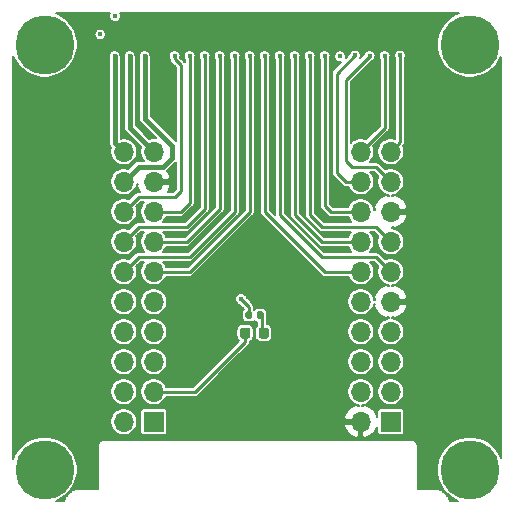
<source format=gbr>
G04 #@! TF.GenerationSoftware,KiCad,Pcbnew,(5.1.6)-1*
G04 #@! TF.CreationDate,2020-10-15T11:20:42+02:00*
G04 #@! TF.ProjectId,DynOSSAT-EDU-HeaderAdapter,44796e4f-5353-4415-942d-4544552d4865,rev?*
G04 #@! TF.SameCoordinates,Original*
G04 #@! TF.FileFunction,Copper,L1,Top*
G04 #@! TF.FilePolarity,Positive*
%FSLAX46Y46*%
G04 Gerber Fmt 4.6, Leading zero omitted, Abs format (unit mm)*
G04 Created by KiCad (PCBNEW (5.1.6)-1) date 2020-10-15 11:20:42*
%MOMM*%
%LPD*%
G01*
G04 APERTURE LIST*
G04 #@! TA.AperFunction,ComponentPad*
%ADD10C,5.000000*%
G04 #@! TD*
G04 #@! TA.AperFunction,ComponentPad*
%ADD11C,0.800000*%
G04 #@! TD*
G04 #@! TA.AperFunction,ComponentPad*
%ADD12R,1.700000X1.700000*%
G04 #@! TD*
G04 #@! TA.AperFunction,ComponentPad*
%ADD13O,1.700000X1.700000*%
G04 #@! TD*
G04 #@! TA.AperFunction,ViaPad*
%ADD14C,0.400000*%
G04 #@! TD*
G04 #@! TA.AperFunction,ViaPad*
%ADD15C,0.450000*%
G04 #@! TD*
G04 #@! TA.AperFunction,Conductor*
%ADD16C,0.250000*%
G04 #@! TD*
G04 #@! TA.AperFunction,Conductor*
%ADD17C,0.400000*%
G04 #@! TD*
G04 #@! TA.AperFunction,Conductor*
%ADD18C,0.200000*%
G04 #@! TD*
G04 APERTURE END LIST*
D10*
X153366000Y-84858200D03*
D11*
X155241000Y-84858200D03*
X154691825Y-86184025D03*
X153366000Y-86733200D03*
X152040175Y-86184025D03*
X151491000Y-84858200D03*
X152040175Y-83532375D03*
X153366000Y-82983200D03*
X154691825Y-83532375D03*
D10*
X153366000Y-120853200D03*
D11*
X155241000Y-120853200D03*
X154691825Y-122179025D03*
X153366000Y-122728200D03*
X152040175Y-122179025D03*
X151491000Y-120853200D03*
X152040175Y-119527375D03*
X153366000Y-118978200D03*
X154691825Y-119527375D03*
X118689825Y-119517375D03*
X117364000Y-118968200D03*
X116038175Y-119517375D03*
X115489000Y-120843200D03*
X116038175Y-122169025D03*
X117364000Y-122718200D03*
X118689825Y-122169025D03*
X119239000Y-120843200D03*
D10*
X117364000Y-120843200D03*
D11*
X118689825Y-83532375D03*
X117364000Y-82983200D03*
X116038175Y-83532375D03*
X115489000Y-84858200D03*
X116038175Y-86184025D03*
X117364000Y-86733200D03*
X118689825Y-86184025D03*
X119239000Y-84858200D03*
D10*
X117364000Y-84858200D03*
D12*
X126593600Y-116789200D03*
D13*
X124053600Y-116789200D03*
X126593600Y-114249200D03*
X124053600Y-114249200D03*
X126593600Y-111709200D03*
X124053600Y-111709200D03*
X126593600Y-109169200D03*
X124053600Y-109169200D03*
X126593600Y-106629200D03*
X124053600Y-106629200D03*
X126593600Y-104089200D03*
X124053600Y-104089200D03*
X126593600Y-101549200D03*
X124053600Y-101549200D03*
X126593600Y-99009200D03*
X124053600Y-99009200D03*
X126593600Y-96469200D03*
X124053600Y-96469200D03*
X126593600Y-93929200D03*
X124053600Y-93929200D03*
X144119600Y-93929200D03*
X146659600Y-93929200D03*
X144119600Y-96469200D03*
X146659600Y-96469200D03*
X144119600Y-99009200D03*
X146659600Y-99009200D03*
X144119600Y-101549200D03*
X146659600Y-101549200D03*
X144119600Y-104089200D03*
X146659600Y-104089200D03*
X144119600Y-106629200D03*
X146659600Y-106629200D03*
X144119600Y-109169200D03*
X146659600Y-109169200D03*
X144119600Y-111709200D03*
X146659600Y-111709200D03*
X144119600Y-114249200D03*
X146659600Y-114249200D03*
X144119600Y-116789200D03*
D12*
X146659600Y-116789200D03*
G04 #@! TA.AperFunction,SMDPad,CuDef*
G36*
G01*
X133903000Y-109539250D02*
X133903000Y-109026750D01*
G75*
G02*
X134121750Y-108808000I218750J0D01*
G01*
X134559250Y-108808000D01*
G75*
G02*
X134778000Y-109026750I0J-218750D01*
G01*
X134778000Y-109539250D01*
G75*
G02*
X134559250Y-109758000I-218750J0D01*
G01*
X134121750Y-109758000D01*
G75*
G02*
X133903000Y-109539250I0J218750D01*
G01*
G37*
G04 #@! TD.AperFunction*
G04 #@! TA.AperFunction,SMDPad,CuDef*
G36*
G01*
X135478000Y-109539250D02*
X135478000Y-109026750D01*
G75*
G02*
X135696750Y-108808000I218750J0D01*
G01*
X136134250Y-108808000D01*
G75*
G02*
X136353000Y-109026750I0J-218750D01*
G01*
X136353000Y-109539250D01*
G75*
G02*
X136134250Y-109758000I-218750J0D01*
G01*
X135696750Y-109758000D01*
G75*
G02*
X135478000Y-109539250I0J218750D01*
G01*
G37*
G04 #@! TD.AperFunction*
G04 #@! TA.AperFunction,SMDPad,CuDef*
G36*
G01*
X134348000Y-107931500D02*
X134348000Y-107586500D01*
G75*
G02*
X134495500Y-107439000I147500J0D01*
G01*
X134790500Y-107439000D01*
G75*
G02*
X134938000Y-107586500I0J-147500D01*
G01*
X134938000Y-107931500D01*
G75*
G02*
X134790500Y-108079000I-147500J0D01*
G01*
X134495500Y-108079000D01*
G75*
G02*
X134348000Y-107931500I0J147500D01*
G01*
G37*
G04 #@! TD.AperFunction*
G04 #@! TA.AperFunction,SMDPad,CuDef*
G36*
G01*
X135318000Y-107931500D02*
X135318000Y-107586500D01*
G75*
G02*
X135465500Y-107439000I147500J0D01*
G01*
X135760500Y-107439000D01*
G75*
G02*
X135908000Y-107586500I0J-147500D01*
G01*
X135908000Y-107931500D01*
G75*
G02*
X135760500Y-108079000I-147500J0D01*
G01*
X135465500Y-108079000D01*
G75*
G02*
X135318000Y-107931500I0J147500D01*
G01*
G37*
G04 #@! TD.AperFunction*
D14*
X125831600Y-85801200D03*
X122783600Y-95199200D03*
X122783600Y-97739200D03*
X122783600Y-100279200D03*
X148437600Y-87579200D03*
X127101600Y-85801200D03*
X142367000Y-82499200D03*
X128371600Y-85801200D03*
X129641600Y-85801200D03*
X130911600Y-85801200D03*
X132181600Y-85801200D03*
X133451600Y-85801200D03*
X134721600Y-85801200D03*
X135991600Y-85801200D03*
X137261600Y-85801200D03*
X138531600Y-85801200D03*
X139801600Y-85801200D03*
X141071600Y-85801200D03*
X143637000Y-85775800D03*
X144881600Y-85801200D03*
X146151600Y-85801200D03*
X147447000Y-85775800D03*
X123291600Y-85801200D03*
X142367000Y-85852000D03*
X122072400Y-83997800D03*
X123317000Y-82448400D03*
X124561600Y-85801200D03*
D15*
X134027000Y-106426000D03*
D16*
X135763000Y-109130500D02*
X135915500Y-109283000D01*
X135613000Y-107759000D02*
X135763000Y-107909000D01*
X135763000Y-107909000D02*
X135763000Y-109130500D01*
D17*
X125831600Y-91135200D02*
X125831600Y-85801200D01*
X125323600Y-95199200D02*
X127355600Y-95199200D01*
X124053600Y-96469200D02*
X125323600Y-95199200D01*
X127355600Y-95199200D02*
X128117600Y-94437200D01*
X128117600Y-94437200D02*
X128117600Y-93421200D01*
X128117600Y-93421200D02*
X125831600Y-91135200D01*
D16*
X125323600Y-97739200D02*
X128371600Y-97739200D01*
X128371600Y-86084042D02*
X128371600Y-85801200D01*
X124053600Y-99009200D02*
X125323600Y-97739200D01*
X128879600Y-86592042D02*
X128371600Y-86084042D01*
X128371600Y-97739200D02*
X128879600Y-97231200D01*
X128879600Y-97231200D02*
X128879600Y-86592042D01*
X129641600Y-98247200D02*
X129641600Y-85801200D01*
X126593600Y-99009200D02*
X128879600Y-99009200D01*
X128879600Y-99009200D02*
X129641600Y-98247200D01*
X125323600Y-100279200D02*
X124903599Y-100699201D01*
X129387600Y-100279200D02*
X125323600Y-100279200D01*
X124903599Y-100699201D02*
X124053600Y-101549200D01*
X130911600Y-85801200D02*
X130911600Y-98755200D01*
X130911600Y-98755200D02*
X129387600Y-100279200D01*
X134226700Y-109169200D02*
X134340500Y-109283000D01*
X134340500Y-110007500D02*
X134340500Y-109283000D01*
X126593600Y-114249200D02*
X130098800Y-114249200D01*
X130098800Y-114249200D02*
X134340500Y-110007500D01*
X126593600Y-101549200D02*
X129387600Y-101549200D01*
X129387600Y-101549200D02*
X132181600Y-98755200D01*
X132181600Y-98755200D02*
X132181600Y-85801200D01*
X133451600Y-99009200D02*
X133451600Y-85801200D01*
X129641600Y-102819200D02*
X133451600Y-99009200D01*
X124053600Y-104089200D02*
X125323600Y-102819200D01*
X125323600Y-102819200D02*
X129641600Y-102819200D01*
X134721600Y-85801200D02*
X134721600Y-99009200D01*
X129641600Y-104089200D02*
X126593600Y-104089200D01*
X134721600Y-99009200D02*
X129641600Y-104089200D01*
X135991600Y-85801200D02*
X135991600Y-99009200D01*
X141071600Y-104089200D02*
X144119600Y-104089200D01*
X135991600Y-99009200D02*
X141071600Y-104089200D01*
X137261600Y-99263200D02*
X137261600Y-85801200D01*
X140817600Y-102819200D02*
X137261600Y-99263200D01*
X146659600Y-104089200D02*
X145389600Y-102819200D01*
X145389600Y-102819200D02*
X140817600Y-102819200D01*
X140817600Y-101549200D02*
X144119600Y-101549200D01*
X138531600Y-85801200D02*
X138531600Y-99263200D01*
X138531600Y-99263200D02*
X140817600Y-101549200D01*
X145809601Y-100699201D02*
X146659600Y-101549200D01*
X140817600Y-100279200D02*
X145389600Y-100279200D01*
X145389600Y-100279200D02*
X145809601Y-100699201D01*
X139801600Y-85801200D02*
X139801600Y-99263200D01*
X139801600Y-99263200D02*
X140817600Y-100279200D01*
X141579600Y-99009200D02*
X144119600Y-99009200D01*
X141071600Y-85801200D02*
X141071600Y-98501200D01*
X141071600Y-98501200D02*
X141579600Y-99009200D01*
X142849600Y-96469200D02*
X144119600Y-96469200D01*
X142087600Y-95707200D02*
X142849600Y-96469200D01*
X143637000Y-85775800D02*
X142087600Y-87325200D01*
X142087600Y-87325200D02*
X142087600Y-95707200D01*
X145809601Y-95619201D02*
X146659600Y-96469200D01*
X142849600Y-87833200D02*
X142849600Y-94691200D01*
X144881600Y-85801200D02*
X142849600Y-87833200D01*
X142849600Y-94691200D02*
X143357600Y-95199200D01*
X145389600Y-95199200D02*
X145809601Y-95619201D01*
X143357600Y-95199200D02*
X145389600Y-95199200D01*
X146151600Y-91897200D02*
X144119600Y-93929200D01*
X146151600Y-85801200D02*
X146151600Y-91897200D01*
X147447000Y-93141800D02*
X146659600Y-93929200D01*
X147447000Y-85775800D02*
X147447000Y-93141800D01*
D17*
X123291600Y-93167200D02*
X124053600Y-93929200D01*
X123291600Y-85801200D02*
X123291600Y-93167200D01*
X124561600Y-91897200D02*
X126593600Y-93929200D01*
X124561600Y-85801200D02*
X124561600Y-91897200D01*
D16*
X134643000Y-107759000D02*
X134643000Y-107042000D01*
X134643000Y-107042000D02*
X134027000Y-106426000D01*
D18*
G36*
X152039703Y-82376872D02*
G01*
X151581104Y-82683298D01*
X151191098Y-83073304D01*
X150884672Y-83531903D01*
X150673602Y-84041470D01*
X150566000Y-84582424D01*
X150566000Y-85133976D01*
X150673602Y-85674930D01*
X150884672Y-86184497D01*
X151191098Y-86643096D01*
X151581104Y-87033102D01*
X152039703Y-87339528D01*
X152549270Y-87550598D01*
X153090224Y-87658200D01*
X153641776Y-87658200D01*
X154182730Y-87550598D01*
X154692297Y-87339528D01*
X155150896Y-87033102D01*
X155540902Y-86643096D01*
X155847328Y-86184497D01*
X155973000Y-85881099D01*
X155973001Y-119830304D01*
X155847328Y-119526903D01*
X155540902Y-119068304D01*
X155150896Y-118678298D01*
X154692297Y-118371872D01*
X154182730Y-118160802D01*
X153641776Y-118053200D01*
X153090224Y-118053200D01*
X152549270Y-118160802D01*
X152039703Y-118371872D01*
X151581104Y-118678298D01*
X151191098Y-119068304D01*
X150884672Y-119526903D01*
X150673602Y-120036470D01*
X150566000Y-120577424D01*
X150566000Y-121128976D01*
X150673602Y-121669930D01*
X150884672Y-122179497D01*
X151191098Y-122638096D01*
X151581104Y-123028102D01*
X152039703Y-123334528D01*
X152345033Y-123461000D01*
X151666292Y-123461000D01*
X151628092Y-123337594D01*
X151614920Y-123306259D01*
X151602189Y-123274749D01*
X151599731Y-123270125D01*
X151506907Y-123098449D01*
X151487900Y-123070270D01*
X151469289Y-123041830D01*
X151465980Y-123037772D01*
X151341576Y-122887394D01*
X151317430Y-122863416D01*
X151293679Y-122839163D01*
X151289645Y-122835825D01*
X151138403Y-122712475D01*
X151110090Y-122693664D01*
X151082050Y-122674464D01*
X151077444Y-122671974D01*
X150905121Y-122580348D01*
X150873686Y-122567392D01*
X150842459Y-122554008D01*
X150837457Y-122552459D01*
X150650621Y-122496050D01*
X150617273Y-122489447D01*
X150584035Y-122482382D01*
X150578827Y-122481835D01*
X150384594Y-122462790D01*
X150366419Y-122461000D01*
X148939600Y-122461000D01*
X148939600Y-118746019D01*
X148941414Y-118727600D01*
X148934174Y-118654087D01*
X148912731Y-118583400D01*
X148877909Y-118518253D01*
X148831048Y-118461152D01*
X148773947Y-118414291D01*
X148708800Y-118379469D01*
X148638113Y-118358026D01*
X148583019Y-118352600D01*
X148564600Y-118350786D01*
X148546181Y-118352600D01*
X122294019Y-118352600D01*
X122275600Y-118350786D01*
X122257181Y-118352600D01*
X122202087Y-118358026D01*
X122131400Y-118379469D01*
X122066253Y-118414291D01*
X122009152Y-118461152D01*
X121962291Y-118518253D01*
X121927469Y-118583400D01*
X121906026Y-118654087D01*
X121898786Y-118727600D01*
X121900600Y-118746019D01*
X121900601Y-122459711D01*
X120327525Y-122461018D01*
X120311599Y-122462600D01*
X120307031Y-122462568D01*
X120301820Y-122463078D01*
X120107723Y-122483479D01*
X120074359Y-122490328D01*
X120041045Y-122496683D01*
X120036036Y-122498195D01*
X120036030Y-122498196D01*
X120036024Y-122498198D01*
X119849594Y-122555908D01*
X119818259Y-122569080D01*
X119786749Y-122581811D01*
X119782125Y-122584269D01*
X119610449Y-122677093D01*
X119582270Y-122696100D01*
X119553830Y-122714711D01*
X119549772Y-122718020D01*
X119399394Y-122842424D01*
X119375416Y-122866570D01*
X119351163Y-122890321D01*
X119347825Y-122894355D01*
X119224475Y-123045597D01*
X119205664Y-123073910D01*
X119186464Y-123101950D01*
X119183974Y-123106556D01*
X119092348Y-123278879D01*
X119079392Y-123310314D01*
X119066008Y-123341541D01*
X119064459Y-123346543D01*
X119029902Y-123461000D01*
X118360825Y-123461000D01*
X118690297Y-123324528D01*
X119148896Y-123018102D01*
X119538902Y-122628096D01*
X119845328Y-122169497D01*
X120056398Y-121659930D01*
X120164000Y-121118976D01*
X120164000Y-120567424D01*
X120056398Y-120026470D01*
X119845328Y-119516903D01*
X119538902Y-119058304D01*
X119148896Y-118668298D01*
X118690297Y-118361872D01*
X118180730Y-118150802D01*
X117639776Y-118043200D01*
X117088224Y-118043200D01*
X116547270Y-118150802D01*
X116037703Y-118361872D01*
X115579104Y-118668298D01*
X115189098Y-119058304D01*
X114882672Y-119516903D01*
X114723000Y-119902385D01*
X114723000Y-116675935D01*
X122903600Y-116675935D01*
X122903600Y-116902465D01*
X122947794Y-117124643D01*
X123034484Y-117333929D01*
X123160337Y-117522282D01*
X123320518Y-117682463D01*
X123508871Y-117808316D01*
X123718157Y-117895006D01*
X123940335Y-117939200D01*
X124166865Y-117939200D01*
X124389043Y-117895006D01*
X124598329Y-117808316D01*
X124786682Y-117682463D01*
X124946863Y-117522282D01*
X125072716Y-117333929D01*
X125159406Y-117124643D01*
X125203600Y-116902465D01*
X125203600Y-116675935D01*
X125159406Y-116453757D01*
X125072716Y-116244471D01*
X124946863Y-116056118D01*
X124829945Y-115939200D01*
X125442149Y-115939200D01*
X125442149Y-117639200D01*
X125447941Y-117698010D01*
X125465096Y-117754560D01*
X125492953Y-117806677D01*
X125530442Y-117852358D01*
X125576123Y-117889847D01*
X125628240Y-117917704D01*
X125684790Y-117934859D01*
X125743600Y-117940651D01*
X127443600Y-117940651D01*
X127502410Y-117934859D01*
X127558960Y-117917704D01*
X127611077Y-117889847D01*
X127656758Y-117852358D01*
X127694247Y-117806677D01*
X127722104Y-117754560D01*
X127739259Y-117698010D01*
X127745051Y-117639200D01*
X127745051Y-117168110D01*
X142711697Y-117168110D01*
X142738454Y-117256339D01*
X142856127Y-117516811D01*
X143022354Y-117749322D01*
X143230748Y-117944936D01*
X143473300Y-118096135D01*
X143740689Y-118197109D01*
X143965600Y-118087050D01*
X143965600Y-116943200D01*
X142822711Y-116943200D01*
X142711697Y-117168110D01*
X127745051Y-117168110D01*
X127745051Y-116410290D01*
X142711697Y-116410290D01*
X142822711Y-116635200D01*
X143965600Y-116635200D01*
X143965600Y-116615200D01*
X144273600Y-116615200D01*
X144273600Y-116635200D01*
X144293600Y-116635200D01*
X144293600Y-116943200D01*
X144273600Y-116943200D01*
X144273600Y-118087050D01*
X144498511Y-118197109D01*
X144765900Y-118096135D01*
X145008452Y-117944936D01*
X145216846Y-117749322D01*
X145383073Y-117516811D01*
X145500746Y-117256339D01*
X145508149Y-117231928D01*
X145508149Y-117639200D01*
X145513941Y-117698010D01*
X145531096Y-117754560D01*
X145558953Y-117806677D01*
X145596442Y-117852358D01*
X145642123Y-117889847D01*
X145694240Y-117917704D01*
X145750790Y-117934859D01*
X145809600Y-117940651D01*
X147509600Y-117940651D01*
X147568410Y-117934859D01*
X147624960Y-117917704D01*
X147677077Y-117889847D01*
X147722758Y-117852358D01*
X147760247Y-117806677D01*
X147788104Y-117754560D01*
X147805259Y-117698010D01*
X147811051Y-117639200D01*
X147811051Y-115939200D01*
X147805259Y-115880390D01*
X147788104Y-115823840D01*
X147760247Y-115771723D01*
X147722758Y-115726042D01*
X147677077Y-115688553D01*
X147624960Y-115660696D01*
X147568410Y-115643541D01*
X147509600Y-115637749D01*
X145809600Y-115637749D01*
X145750790Y-115643541D01*
X145694240Y-115660696D01*
X145642123Y-115688553D01*
X145596442Y-115726042D01*
X145558953Y-115771723D01*
X145531096Y-115823840D01*
X145513941Y-115880390D01*
X145508149Y-115939200D01*
X145508149Y-116346472D01*
X145500746Y-116322061D01*
X145383073Y-116061589D01*
X145216846Y-115829078D01*
X145008452Y-115633464D01*
X144765900Y-115482265D01*
X144498511Y-115381291D01*
X144273602Y-115491349D01*
X144273602Y-115391097D01*
X144455043Y-115355006D01*
X144664329Y-115268316D01*
X144852682Y-115142463D01*
X145012863Y-114982282D01*
X145138716Y-114793929D01*
X145225406Y-114584643D01*
X145269600Y-114362465D01*
X145269600Y-114135935D01*
X145509600Y-114135935D01*
X145509600Y-114362465D01*
X145553794Y-114584643D01*
X145640484Y-114793929D01*
X145766337Y-114982282D01*
X145926518Y-115142463D01*
X146114871Y-115268316D01*
X146324157Y-115355006D01*
X146546335Y-115399200D01*
X146772865Y-115399200D01*
X146995043Y-115355006D01*
X147204329Y-115268316D01*
X147392682Y-115142463D01*
X147552863Y-114982282D01*
X147678716Y-114793929D01*
X147765406Y-114584643D01*
X147809600Y-114362465D01*
X147809600Y-114135935D01*
X147765406Y-113913757D01*
X147678716Y-113704471D01*
X147552863Y-113516118D01*
X147392682Y-113355937D01*
X147204329Y-113230084D01*
X146995043Y-113143394D01*
X146772865Y-113099200D01*
X146546335Y-113099200D01*
X146324157Y-113143394D01*
X146114871Y-113230084D01*
X145926518Y-113355937D01*
X145766337Y-113516118D01*
X145640484Y-113704471D01*
X145553794Y-113913757D01*
X145509600Y-114135935D01*
X145269600Y-114135935D01*
X145225406Y-113913757D01*
X145138716Y-113704471D01*
X145012863Y-113516118D01*
X144852682Y-113355937D01*
X144664329Y-113230084D01*
X144455043Y-113143394D01*
X144232865Y-113099200D01*
X144006335Y-113099200D01*
X143784157Y-113143394D01*
X143574871Y-113230084D01*
X143386518Y-113355937D01*
X143226337Y-113516118D01*
X143100484Y-113704471D01*
X143013794Y-113913757D01*
X142969600Y-114135935D01*
X142969600Y-114362465D01*
X143013794Y-114584643D01*
X143100484Y-114793929D01*
X143226337Y-114982282D01*
X143386518Y-115142463D01*
X143574871Y-115268316D01*
X143784157Y-115355006D01*
X143965598Y-115391097D01*
X143965598Y-115491349D01*
X143740689Y-115381291D01*
X143473300Y-115482265D01*
X143230748Y-115633464D01*
X143022354Y-115829078D01*
X142856127Y-116061589D01*
X142738454Y-116322061D01*
X142711697Y-116410290D01*
X127745051Y-116410290D01*
X127745051Y-115939200D01*
X127739259Y-115880390D01*
X127722104Y-115823840D01*
X127694247Y-115771723D01*
X127656758Y-115726042D01*
X127611077Y-115688553D01*
X127558960Y-115660696D01*
X127502410Y-115643541D01*
X127443600Y-115637749D01*
X125743600Y-115637749D01*
X125684790Y-115643541D01*
X125628240Y-115660696D01*
X125576123Y-115688553D01*
X125530442Y-115726042D01*
X125492953Y-115771723D01*
X125465096Y-115823840D01*
X125447941Y-115880390D01*
X125442149Y-115939200D01*
X124829945Y-115939200D01*
X124786682Y-115895937D01*
X124598329Y-115770084D01*
X124389043Y-115683394D01*
X124166865Y-115639200D01*
X123940335Y-115639200D01*
X123718157Y-115683394D01*
X123508871Y-115770084D01*
X123320518Y-115895937D01*
X123160337Y-116056118D01*
X123034484Y-116244471D01*
X122947794Y-116453757D01*
X122903600Y-116675935D01*
X114723000Y-116675935D01*
X114723000Y-114135935D01*
X122903600Y-114135935D01*
X122903600Y-114362465D01*
X122947794Y-114584643D01*
X123034484Y-114793929D01*
X123160337Y-114982282D01*
X123320518Y-115142463D01*
X123508871Y-115268316D01*
X123718157Y-115355006D01*
X123940335Y-115399200D01*
X124166865Y-115399200D01*
X124389043Y-115355006D01*
X124598329Y-115268316D01*
X124786682Y-115142463D01*
X124946863Y-114982282D01*
X125072716Y-114793929D01*
X125159406Y-114584643D01*
X125203600Y-114362465D01*
X125203600Y-114135935D01*
X125443600Y-114135935D01*
X125443600Y-114362465D01*
X125487794Y-114584643D01*
X125574484Y-114793929D01*
X125700337Y-114982282D01*
X125860518Y-115142463D01*
X126048871Y-115268316D01*
X126258157Y-115355006D01*
X126480335Y-115399200D01*
X126706865Y-115399200D01*
X126929043Y-115355006D01*
X127138329Y-115268316D01*
X127326682Y-115142463D01*
X127486863Y-114982282D01*
X127612716Y-114793929D01*
X127662310Y-114674200D01*
X130077933Y-114674200D01*
X130098800Y-114676255D01*
X130119667Y-114674200D01*
X130119674Y-114674200D01*
X130182114Y-114668050D01*
X130262227Y-114643748D01*
X130336060Y-114604284D01*
X130400774Y-114551174D01*
X130414084Y-114534956D01*
X133353105Y-111595935D01*
X142969600Y-111595935D01*
X142969600Y-111822465D01*
X143013794Y-112044643D01*
X143100484Y-112253929D01*
X143226337Y-112442282D01*
X143386518Y-112602463D01*
X143574871Y-112728316D01*
X143784157Y-112815006D01*
X144006335Y-112859200D01*
X144232865Y-112859200D01*
X144455043Y-112815006D01*
X144664329Y-112728316D01*
X144852682Y-112602463D01*
X145012863Y-112442282D01*
X145138716Y-112253929D01*
X145225406Y-112044643D01*
X145269600Y-111822465D01*
X145269600Y-111595935D01*
X145509600Y-111595935D01*
X145509600Y-111822465D01*
X145553794Y-112044643D01*
X145640484Y-112253929D01*
X145766337Y-112442282D01*
X145926518Y-112602463D01*
X146114871Y-112728316D01*
X146324157Y-112815006D01*
X146546335Y-112859200D01*
X146772865Y-112859200D01*
X146995043Y-112815006D01*
X147204329Y-112728316D01*
X147392682Y-112602463D01*
X147552863Y-112442282D01*
X147678716Y-112253929D01*
X147765406Y-112044643D01*
X147809600Y-111822465D01*
X147809600Y-111595935D01*
X147765406Y-111373757D01*
X147678716Y-111164471D01*
X147552863Y-110976118D01*
X147392682Y-110815937D01*
X147204329Y-110690084D01*
X146995043Y-110603394D01*
X146772865Y-110559200D01*
X146546335Y-110559200D01*
X146324157Y-110603394D01*
X146114871Y-110690084D01*
X145926518Y-110815937D01*
X145766337Y-110976118D01*
X145640484Y-111164471D01*
X145553794Y-111373757D01*
X145509600Y-111595935D01*
X145269600Y-111595935D01*
X145225406Y-111373757D01*
X145138716Y-111164471D01*
X145012863Y-110976118D01*
X144852682Y-110815937D01*
X144664329Y-110690084D01*
X144455043Y-110603394D01*
X144232865Y-110559200D01*
X144006335Y-110559200D01*
X143784157Y-110603394D01*
X143574871Y-110690084D01*
X143386518Y-110815937D01*
X143226337Y-110976118D01*
X143100484Y-111164471D01*
X143013794Y-111373757D01*
X142969600Y-111595935D01*
X133353105Y-111595935D01*
X134626258Y-110322782D01*
X134642474Y-110309474D01*
X134695584Y-110244760D01*
X134735048Y-110170927D01*
X134759350Y-110090814D01*
X134765500Y-110028374D01*
X134765500Y-110028367D01*
X134766784Y-110015330D01*
X134848258Y-109971781D01*
X134927088Y-109907088D01*
X134991781Y-109828258D01*
X135039853Y-109738322D01*
X135069455Y-109640736D01*
X135079451Y-109539250D01*
X135079451Y-109026750D01*
X135069455Y-108925264D01*
X135039853Y-108827678D01*
X134991781Y-108737742D01*
X134927088Y-108658912D01*
X134848258Y-108594219D01*
X134758322Y-108546147D01*
X134660736Y-108516545D01*
X134559250Y-108506549D01*
X134121750Y-108506549D01*
X134020264Y-108516545D01*
X133922678Y-108546147D01*
X133832742Y-108594219D01*
X133753912Y-108658912D01*
X133689219Y-108737742D01*
X133641147Y-108827678D01*
X133611545Y-108925264D01*
X133601549Y-109026750D01*
X133601549Y-109539250D01*
X133611545Y-109640736D01*
X133641147Y-109738322D01*
X133689219Y-109828258D01*
X133753912Y-109907088D01*
X133801126Y-109945834D01*
X129922760Y-113824200D01*
X127662310Y-113824200D01*
X127612716Y-113704471D01*
X127486863Y-113516118D01*
X127326682Y-113355937D01*
X127138329Y-113230084D01*
X126929043Y-113143394D01*
X126706865Y-113099200D01*
X126480335Y-113099200D01*
X126258157Y-113143394D01*
X126048871Y-113230084D01*
X125860518Y-113355937D01*
X125700337Y-113516118D01*
X125574484Y-113704471D01*
X125487794Y-113913757D01*
X125443600Y-114135935D01*
X125203600Y-114135935D01*
X125159406Y-113913757D01*
X125072716Y-113704471D01*
X124946863Y-113516118D01*
X124786682Y-113355937D01*
X124598329Y-113230084D01*
X124389043Y-113143394D01*
X124166865Y-113099200D01*
X123940335Y-113099200D01*
X123718157Y-113143394D01*
X123508871Y-113230084D01*
X123320518Y-113355937D01*
X123160337Y-113516118D01*
X123034484Y-113704471D01*
X122947794Y-113913757D01*
X122903600Y-114135935D01*
X114723000Y-114135935D01*
X114723000Y-111595935D01*
X122903600Y-111595935D01*
X122903600Y-111822465D01*
X122947794Y-112044643D01*
X123034484Y-112253929D01*
X123160337Y-112442282D01*
X123320518Y-112602463D01*
X123508871Y-112728316D01*
X123718157Y-112815006D01*
X123940335Y-112859200D01*
X124166865Y-112859200D01*
X124389043Y-112815006D01*
X124598329Y-112728316D01*
X124786682Y-112602463D01*
X124946863Y-112442282D01*
X125072716Y-112253929D01*
X125159406Y-112044643D01*
X125203600Y-111822465D01*
X125203600Y-111595935D01*
X125443600Y-111595935D01*
X125443600Y-111822465D01*
X125487794Y-112044643D01*
X125574484Y-112253929D01*
X125700337Y-112442282D01*
X125860518Y-112602463D01*
X126048871Y-112728316D01*
X126258157Y-112815006D01*
X126480335Y-112859200D01*
X126706865Y-112859200D01*
X126929043Y-112815006D01*
X127138329Y-112728316D01*
X127326682Y-112602463D01*
X127486863Y-112442282D01*
X127612716Y-112253929D01*
X127699406Y-112044643D01*
X127743600Y-111822465D01*
X127743600Y-111595935D01*
X127699406Y-111373757D01*
X127612716Y-111164471D01*
X127486863Y-110976118D01*
X127326682Y-110815937D01*
X127138329Y-110690084D01*
X126929043Y-110603394D01*
X126706865Y-110559200D01*
X126480335Y-110559200D01*
X126258157Y-110603394D01*
X126048871Y-110690084D01*
X125860518Y-110815937D01*
X125700337Y-110976118D01*
X125574484Y-111164471D01*
X125487794Y-111373757D01*
X125443600Y-111595935D01*
X125203600Y-111595935D01*
X125159406Y-111373757D01*
X125072716Y-111164471D01*
X124946863Y-110976118D01*
X124786682Y-110815937D01*
X124598329Y-110690084D01*
X124389043Y-110603394D01*
X124166865Y-110559200D01*
X123940335Y-110559200D01*
X123718157Y-110603394D01*
X123508871Y-110690084D01*
X123320518Y-110815937D01*
X123160337Y-110976118D01*
X123034484Y-111164471D01*
X122947794Y-111373757D01*
X122903600Y-111595935D01*
X114723000Y-111595935D01*
X114723000Y-109055935D01*
X122903600Y-109055935D01*
X122903600Y-109282465D01*
X122947794Y-109504643D01*
X123034484Y-109713929D01*
X123160337Y-109902282D01*
X123320518Y-110062463D01*
X123508871Y-110188316D01*
X123718157Y-110275006D01*
X123940335Y-110319200D01*
X124166865Y-110319200D01*
X124389043Y-110275006D01*
X124598329Y-110188316D01*
X124786682Y-110062463D01*
X124946863Y-109902282D01*
X125072716Y-109713929D01*
X125159406Y-109504643D01*
X125203600Y-109282465D01*
X125203600Y-109055935D01*
X125443600Y-109055935D01*
X125443600Y-109282465D01*
X125487794Y-109504643D01*
X125574484Y-109713929D01*
X125700337Y-109902282D01*
X125860518Y-110062463D01*
X126048871Y-110188316D01*
X126258157Y-110275006D01*
X126480335Y-110319200D01*
X126706865Y-110319200D01*
X126929043Y-110275006D01*
X127138329Y-110188316D01*
X127326682Y-110062463D01*
X127486863Y-109902282D01*
X127612716Y-109713929D01*
X127699406Y-109504643D01*
X127743600Y-109282465D01*
X127743600Y-109055935D01*
X127699406Y-108833757D01*
X127612716Y-108624471D01*
X127486863Y-108436118D01*
X127326682Y-108275937D01*
X127138329Y-108150084D01*
X126929043Y-108063394D01*
X126706865Y-108019200D01*
X126480335Y-108019200D01*
X126258157Y-108063394D01*
X126048871Y-108150084D01*
X125860518Y-108275937D01*
X125700337Y-108436118D01*
X125574484Y-108624471D01*
X125487794Y-108833757D01*
X125443600Y-109055935D01*
X125203600Y-109055935D01*
X125159406Y-108833757D01*
X125072716Y-108624471D01*
X124946863Y-108436118D01*
X124786682Y-108275937D01*
X124598329Y-108150084D01*
X124389043Y-108063394D01*
X124166865Y-108019200D01*
X123940335Y-108019200D01*
X123718157Y-108063394D01*
X123508871Y-108150084D01*
X123320518Y-108275937D01*
X123160337Y-108436118D01*
X123034484Y-108624471D01*
X122947794Y-108833757D01*
X122903600Y-109055935D01*
X114723000Y-109055935D01*
X114723000Y-106515935D01*
X122903600Y-106515935D01*
X122903600Y-106742465D01*
X122947794Y-106964643D01*
X123034484Y-107173929D01*
X123160337Y-107362282D01*
X123320518Y-107522463D01*
X123508871Y-107648316D01*
X123718157Y-107735006D01*
X123940335Y-107779200D01*
X124166865Y-107779200D01*
X124389043Y-107735006D01*
X124598329Y-107648316D01*
X124786682Y-107522463D01*
X124946863Y-107362282D01*
X125072716Y-107173929D01*
X125159406Y-106964643D01*
X125203600Y-106742465D01*
X125203600Y-106515935D01*
X125443600Y-106515935D01*
X125443600Y-106742465D01*
X125487794Y-106964643D01*
X125574484Y-107173929D01*
X125700337Y-107362282D01*
X125860518Y-107522463D01*
X126048871Y-107648316D01*
X126258157Y-107735006D01*
X126480335Y-107779200D01*
X126706865Y-107779200D01*
X126929043Y-107735006D01*
X127138329Y-107648316D01*
X127326682Y-107522463D01*
X127486863Y-107362282D01*
X127612716Y-107173929D01*
X127699406Y-106964643D01*
X127743600Y-106742465D01*
X127743600Y-106515935D01*
X127715426Y-106374292D01*
X133502000Y-106374292D01*
X133502000Y-106477708D01*
X133522176Y-106579137D01*
X133561751Y-106674681D01*
X133619206Y-106760668D01*
X133692332Y-106833794D01*
X133778319Y-106891249D01*
X133873863Y-106930824D01*
X133944918Y-106944958D01*
X134218001Y-107218041D01*
X134218001Y-107236252D01*
X134178044Y-107269044D01*
X134122211Y-107337076D01*
X134080723Y-107414694D01*
X134055175Y-107498914D01*
X134046549Y-107586500D01*
X134046549Y-107931500D01*
X134055175Y-108019086D01*
X134080723Y-108103306D01*
X134122211Y-108180924D01*
X134178044Y-108248956D01*
X134246076Y-108304789D01*
X134323694Y-108346277D01*
X134407914Y-108371825D01*
X134495500Y-108380451D01*
X134790500Y-108380451D01*
X134878086Y-108371825D01*
X134962306Y-108346277D01*
X135039924Y-108304789D01*
X135107956Y-108248956D01*
X135128000Y-108224533D01*
X135148044Y-108248956D01*
X135216076Y-108304789D01*
X135293694Y-108346277D01*
X135338000Y-108359717D01*
X135338001Y-108651453D01*
X135328912Y-108658912D01*
X135264219Y-108737742D01*
X135216147Y-108827678D01*
X135186545Y-108925264D01*
X135176549Y-109026750D01*
X135176549Y-109539250D01*
X135186545Y-109640736D01*
X135216147Y-109738322D01*
X135264219Y-109828258D01*
X135328912Y-109907088D01*
X135407742Y-109971781D01*
X135497678Y-110019853D01*
X135595264Y-110049455D01*
X135696750Y-110059451D01*
X136134250Y-110059451D01*
X136235736Y-110049455D01*
X136333322Y-110019853D01*
X136423258Y-109971781D01*
X136502088Y-109907088D01*
X136566781Y-109828258D01*
X136614853Y-109738322D01*
X136644455Y-109640736D01*
X136654451Y-109539250D01*
X136654451Y-109055935D01*
X142969600Y-109055935D01*
X142969600Y-109282465D01*
X143013794Y-109504643D01*
X143100484Y-109713929D01*
X143226337Y-109902282D01*
X143386518Y-110062463D01*
X143574871Y-110188316D01*
X143784157Y-110275006D01*
X144006335Y-110319200D01*
X144232865Y-110319200D01*
X144455043Y-110275006D01*
X144664329Y-110188316D01*
X144852682Y-110062463D01*
X145012863Y-109902282D01*
X145138716Y-109713929D01*
X145225406Y-109504643D01*
X145269600Y-109282465D01*
X145269600Y-109055935D01*
X145225406Y-108833757D01*
X145138716Y-108624471D01*
X145012863Y-108436118D01*
X144852682Y-108275937D01*
X144664329Y-108150084D01*
X144455043Y-108063394D01*
X144232865Y-108019200D01*
X144006335Y-108019200D01*
X143784157Y-108063394D01*
X143574871Y-108150084D01*
X143386518Y-108275937D01*
X143226337Y-108436118D01*
X143100484Y-108624471D01*
X143013794Y-108833757D01*
X142969600Y-109055935D01*
X136654451Y-109055935D01*
X136654451Y-109026750D01*
X136644455Y-108925264D01*
X136614853Y-108827678D01*
X136566781Y-108737742D01*
X136502088Y-108658912D01*
X136423258Y-108594219D01*
X136333322Y-108546147D01*
X136235736Y-108516545D01*
X136188000Y-108511843D01*
X136188000Y-108061364D01*
X136200825Y-108019086D01*
X136209451Y-107931500D01*
X136209451Y-107586500D01*
X136200825Y-107498914D01*
X136175277Y-107414694D01*
X136133789Y-107337076D01*
X136077956Y-107269044D01*
X136009924Y-107213211D01*
X135932306Y-107171723D01*
X135848086Y-107146175D01*
X135760500Y-107137549D01*
X135465500Y-107137549D01*
X135377914Y-107146175D01*
X135293694Y-107171723D01*
X135216076Y-107213211D01*
X135148044Y-107269044D01*
X135128000Y-107293467D01*
X135107956Y-107269044D01*
X135068000Y-107236253D01*
X135068000Y-107062874D01*
X135070056Y-107042000D01*
X135061850Y-106958686D01*
X135037548Y-106878573D01*
X135013613Y-106833794D01*
X134998084Y-106804740D01*
X134944974Y-106740026D01*
X134928756Y-106726716D01*
X134545958Y-106343918D01*
X134531824Y-106272863D01*
X134492249Y-106177319D01*
X134434794Y-106091332D01*
X134361668Y-106018206D01*
X134275681Y-105960751D01*
X134180137Y-105921176D01*
X134078708Y-105901000D01*
X133975292Y-105901000D01*
X133873863Y-105921176D01*
X133778319Y-105960751D01*
X133692332Y-106018206D01*
X133619206Y-106091332D01*
X133561751Y-106177319D01*
X133522176Y-106272863D01*
X133502000Y-106374292D01*
X127715426Y-106374292D01*
X127699406Y-106293757D01*
X127612716Y-106084471D01*
X127486863Y-105896118D01*
X127326682Y-105735937D01*
X127138329Y-105610084D01*
X126929043Y-105523394D01*
X126706865Y-105479200D01*
X126480335Y-105479200D01*
X126258157Y-105523394D01*
X126048871Y-105610084D01*
X125860518Y-105735937D01*
X125700337Y-105896118D01*
X125574484Y-106084471D01*
X125487794Y-106293757D01*
X125443600Y-106515935D01*
X125203600Y-106515935D01*
X125159406Y-106293757D01*
X125072716Y-106084471D01*
X124946863Y-105896118D01*
X124786682Y-105735937D01*
X124598329Y-105610084D01*
X124389043Y-105523394D01*
X124166865Y-105479200D01*
X123940335Y-105479200D01*
X123718157Y-105523394D01*
X123508871Y-105610084D01*
X123320518Y-105735937D01*
X123160337Y-105896118D01*
X123034484Y-106084471D01*
X122947794Y-106293757D01*
X122903600Y-106515935D01*
X114723000Y-106515935D01*
X114723000Y-96355935D01*
X122903600Y-96355935D01*
X122903600Y-96582465D01*
X122947794Y-96804643D01*
X123034484Y-97013929D01*
X123160337Y-97202282D01*
X123320518Y-97362463D01*
X123508871Y-97488316D01*
X123718157Y-97575006D01*
X123940335Y-97619200D01*
X124166865Y-97619200D01*
X124389043Y-97575006D01*
X124598329Y-97488316D01*
X124786682Y-97362463D01*
X124946863Y-97202282D01*
X125072716Y-97013929D01*
X125159406Y-96804643D01*
X125195497Y-96623202D01*
X125296710Y-96623202D01*
X125185697Y-96848110D01*
X125212454Y-96936339D01*
X125330127Y-97196811D01*
X125414051Y-97314200D01*
X125344466Y-97314200D01*
X125323599Y-97312145D01*
X125302732Y-97314200D01*
X125302726Y-97314200D01*
X125248698Y-97319521D01*
X125240285Y-97320350D01*
X125215983Y-97327722D01*
X125160173Y-97344652D01*
X125086340Y-97384116D01*
X125021626Y-97437226D01*
X125008321Y-97453438D01*
X124508772Y-97952988D01*
X124389043Y-97903394D01*
X124166865Y-97859200D01*
X123940335Y-97859200D01*
X123718157Y-97903394D01*
X123508871Y-97990084D01*
X123320518Y-98115937D01*
X123160337Y-98276118D01*
X123034484Y-98464471D01*
X122947794Y-98673757D01*
X122903600Y-98895935D01*
X122903600Y-99122465D01*
X122947794Y-99344643D01*
X123034484Y-99553929D01*
X123160337Y-99742282D01*
X123320518Y-99902463D01*
X123508871Y-100028316D01*
X123718157Y-100115006D01*
X123940335Y-100159200D01*
X124166865Y-100159200D01*
X124389043Y-100115006D01*
X124598329Y-100028316D01*
X124786682Y-99902463D01*
X124946863Y-99742282D01*
X125072716Y-99553929D01*
X125159406Y-99344643D01*
X125203600Y-99122465D01*
X125203600Y-98895935D01*
X125159406Y-98673757D01*
X125109812Y-98554028D01*
X125499641Y-98164200D01*
X125812255Y-98164200D01*
X125700337Y-98276118D01*
X125574484Y-98464471D01*
X125487794Y-98673757D01*
X125443600Y-98895935D01*
X125443600Y-99122465D01*
X125487794Y-99344643D01*
X125574484Y-99553929D01*
X125700337Y-99742282D01*
X125812255Y-99854200D01*
X125344466Y-99854200D01*
X125323599Y-99852145D01*
X125302732Y-99854200D01*
X125302726Y-99854200D01*
X125248698Y-99859521D01*
X125240285Y-99860350D01*
X125215983Y-99867722D01*
X125160173Y-99884652D01*
X125086340Y-99924116D01*
X125021626Y-99977226D01*
X125008321Y-99993438D01*
X124617843Y-100383917D01*
X124617838Y-100383921D01*
X124508771Y-100492988D01*
X124389043Y-100443394D01*
X124166865Y-100399200D01*
X123940335Y-100399200D01*
X123718157Y-100443394D01*
X123508871Y-100530084D01*
X123320518Y-100655937D01*
X123160337Y-100816118D01*
X123034484Y-101004471D01*
X122947794Y-101213757D01*
X122903600Y-101435935D01*
X122903600Y-101662465D01*
X122947794Y-101884643D01*
X123034484Y-102093929D01*
X123160337Y-102282282D01*
X123320518Y-102442463D01*
X123508871Y-102568316D01*
X123718157Y-102655006D01*
X123940335Y-102699200D01*
X124166865Y-102699200D01*
X124389043Y-102655006D01*
X124598329Y-102568316D01*
X124786682Y-102442463D01*
X124946863Y-102282282D01*
X125072716Y-102093929D01*
X125159406Y-101884643D01*
X125203600Y-101662465D01*
X125203600Y-101435935D01*
X125159406Y-101213757D01*
X125109812Y-101094029D01*
X125218879Y-100984962D01*
X125218883Y-100984957D01*
X125499641Y-100704200D01*
X125812255Y-100704200D01*
X125700337Y-100816118D01*
X125574484Y-101004471D01*
X125487794Y-101213757D01*
X125443600Y-101435935D01*
X125443600Y-101662465D01*
X125487794Y-101884643D01*
X125574484Y-102093929D01*
X125700337Y-102282282D01*
X125812255Y-102394200D01*
X125344466Y-102394200D01*
X125323599Y-102392145D01*
X125302732Y-102394200D01*
X125302726Y-102394200D01*
X125248698Y-102399521D01*
X125240285Y-102400350D01*
X125215983Y-102407722D01*
X125160173Y-102424652D01*
X125086340Y-102464116D01*
X125021626Y-102517226D01*
X125008321Y-102533438D01*
X124508772Y-103032988D01*
X124389043Y-102983394D01*
X124166865Y-102939200D01*
X123940335Y-102939200D01*
X123718157Y-102983394D01*
X123508871Y-103070084D01*
X123320518Y-103195937D01*
X123160337Y-103356118D01*
X123034484Y-103544471D01*
X122947794Y-103753757D01*
X122903600Y-103975935D01*
X122903600Y-104202465D01*
X122947794Y-104424643D01*
X123034484Y-104633929D01*
X123160337Y-104822282D01*
X123320518Y-104982463D01*
X123508871Y-105108316D01*
X123718157Y-105195006D01*
X123940335Y-105239200D01*
X124166865Y-105239200D01*
X124389043Y-105195006D01*
X124598329Y-105108316D01*
X124786682Y-104982463D01*
X124946863Y-104822282D01*
X125072716Y-104633929D01*
X125159406Y-104424643D01*
X125203600Y-104202465D01*
X125203600Y-103975935D01*
X125159406Y-103753757D01*
X125109812Y-103634028D01*
X125499641Y-103244200D01*
X125812255Y-103244200D01*
X125700337Y-103356118D01*
X125574484Y-103544471D01*
X125487794Y-103753757D01*
X125443600Y-103975935D01*
X125443600Y-104202465D01*
X125487794Y-104424643D01*
X125574484Y-104633929D01*
X125700337Y-104822282D01*
X125860518Y-104982463D01*
X126048871Y-105108316D01*
X126258157Y-105195006D01*
X126480335Y-105239200D01*
X126706865Y-105239200D01*
X126929043Y-105195006D01*
X127138329Y-105108316D01*
X127326682Y-104982463D01*
X127486863Y-104822282D01*
X127612716Y-104633929D01*
X127662310Y-104514200D01*
X129620733Y-104514200D01*
X129641600Y-104516255D01*
X129662467Y-104514200D01*
X129662474Y-104514200D01*
X129724914Y-104508050D01*
X129805027Y-104483748D01*
X129878860Y-104444284D01*
X129943574Y-104391174D01*
X129956884Y-104374956D01*
X135007362Y-99324479D01*
X135023574Y-99311174D01*
X135076684Y-99246460D01*
X135116148Y-99172627D01*
X135140450Y-99092514D01*
X135146600Y-99030074D01*
X135146600Y-99030067D01*
X135148655Y-99009200D01*
X135146600Y-98988333D01*
X135146600Y-86065118D01*
X135164694Y-86038039D01*
X135202385Y-85947045D01*
X135221600Y-85850446D01*
X135221600Y-85751954D01*
X135491600Y-85751954D01*
X135491600Y-85850446D01*
X135510815Y-85947045D01*
X135548506Y-86038039D01*
X135566600Y-86065118D01*
X135566601Y-98988323D01*
X135564545Y-99009200D01*
X135572750Y-99092514D01*
X135594193Y-99163200D01*
X135597053Y-99172627D01*
X135636517Y-99246460D01*
X135664054Y-99280013D01*
X135667386Y-99284073D01*
X135689627Y-99311174D01*
X135705839Y-99324479D01*
X140756321Y-104374962D01*
X140769626Y-104391174D01*
X140834340Y-104444284D01*
X140908173Y-104483748D01*
X140963983Y-104500678D01*
X140988285Y-104508050D01*
X140995927Y-104508803D01*
X141050726Y-104514200D01*
X141050733Y-104514200D01*
X141071600Y-104516255D01*
X141092467Y-104514200D01*
X143050890Y-104514200D01*
X143100484Y-104633929D01*
X143226337Y-104822282D01*
X143386518Y-104982463D01*
X143574871Y-105108316D01*
X143784157Y-105195006D01*
X144006335Y-105239200D01*
X144232865Y-105239200D01*
X144455043Y-105195006D01*
X144664329Y-105108316D01*
X144852682Y-104982463D01*
X145012863Y-104822282D01*
X145138716Y-104633929D01*
X145225406Y-104424643D01*
X145269600Y-104202465D01*
X145269600Y-103975935D01*
X145225406Y-103753757D01*
X145138716Y-103544471D01*
X145012863Y-103356118D01*
X144900945Y-103244200D01*
X145213560Y-103244200D01*
X145603388Y-103634028D01*
X145553794Y-103753757D01*
X145509600Y-103975935D01*
X145509600Y-104202465D01*
X145553794Y-104424643D01*
X145640484Y-104633929D01*
X145766337Y-104822282D01*
X145926518Y-104982463D01*
X146114871Y-105108316D01*
X146324157Y-105195006D01*
X146505598Y-105231097D01*
X146505598Y-105331349D01*
X146280689Y-105221291D01*
X146013300Y-105322265D01*
X145770748Y-105473464D01*
X145562354Y-105669078D01*
X145396127Y-105901589D01*
X145278454Y-106162061D01*
X145251697Y-106250290D01*
X145362710Y-106475198D01*
X145261497Y-106475198D01*
X145225406Y-106293757D01*
X145138716Y-106084471D01*
X145012863Y-105896118D01*
X144852682Y-105735937D01*
X144664329Y-105610084D01*
X144455043Y-105523394D01*
X144232865Y-105479200D01*
X144006335Y-105479200D01*
X143784157Y-105523394D01*
X143574871Y-105610084D01*
X143386518Y-105735937D01*
X143226337Y-105896118D01*
X143100484Y-106084471D01*
X143013794Y-106293757D01*
X142969600Y-106515935D01*
X142969600Y-106742465D01*
X143013794Y-106964643D01*
X143100484Y-107173929D01*
X143226337Y-107362282D01*
X143386518Y-107522463D01*
X143574871Y-107648316D01*
X143784157Y-107735006D01*
X144006335Y-107779200D01*
X144232865Y-107779200D01*
X144455043Y-107735006D01*
X144664329Y-107648316D01*
X144852682Y-107522463D01*
X145012863Y-107362282D01*
X145138716Y-107173929D01*
X145225406Y-106964643D01*
X145261497Y-106783202D01*
X145362710Y-106783202D01*
X145251697Y-107008110D01*
X145278454Y-107096339D01*
X145396127Y-107356811D01*
X145562354Y-107589322D01*
X145770748Y-107784936D01*
X146013300Y-107936135D01*
X146280689Y-108037109D01*
X146505598Y-107927051D01*
X146505598Y-108027303D01*
X146324157Y-108063394D01*
X146114871Y-108150084D01*
X145926518Y-108275937D01*
X145766337Y-108436118D01*
X145640484Y-108624471D01*
X145553794Y-108833757D01*
X145509600Y-109055935D01*
X145509600Y-109282465D01*
X145553794Y-109504643D01*
X145640484Y-109713929D01*
X145766337Y-109902282D01*
X145926518Y-110062463D01*
X146114871Y-110188316D01*
X146324157Y-110275006D01*
X146546335Y-110319200D01*
X146772865Y-110319200D01*
X146995043Y-110275006D01*
X147204329Y-110188316D01*
X147392682Y-110062463D01*
X147552863Y-109902282D01*
X147678716Y-109713929D01*
X147765406Y-109504643D01*
X147809600Y-109282465D01*
X147809600Y-109055935D01*
X147765406Y-108833757D01*
X147678716Y-108624471D01*
X147552863Y-108436118D01*
X147392682Y-108275937D01*
X147204329Y-108150084D01*
X146995043Y-108063394D01*
X146813602Y-108027303D01*
X146813602Y-107927051D01*
X147038511Y-108037109D01*
X147305900Y-107936135D01*
X147548452Y-107784936D01*
X147756846Y-107589322D01*
X147923073Y-107356811D01*
X148040746Y-107096339D01*
X148067503Y-107008110D01*
X147956489Y-106783200D01*
X146813600Y-106783200D01*
X146813600Y-106803200D01*
X146505600Y-106803200D01*
X146505600Y-106783200D01*
X146485600Y-106783200D01*
X146485600Y-106475200D01*
X146505600Y-106475200D01*
X146505600Y-106455200D01*
X146813600Y-106455200D01*
X146813600Y-106475200D01*
X147956489Y-106475200D01*
X148067503Y-106250290D01*
X148040746Y-106162061D01*
X147923073Y-105901589D01*
X147756846Y-105669078D01*
X147548452Y-105473464D01*
X147305900Y-105322265D01*
X147038511Y-105221291D01*
X146813602Y-105331349D01*
X146813602Y-105231097D01*
X146995043Y-105195006D01*
X147204329Y-105108316D01*
X147392682Y-104982463D01*
X147552863Y-104822282D01*
X147678716Y-104633929D01*
X147765406Y-104424643D01*
X147809600Y-104202465D01*
X147809600Y-103975935D01*
X147765406Y-103753757D01*
X147678716Y-103544471D01*
X147552863Y-103356118D01*
X147392682Y-103195937D01*
X147204329Y-103070084D01*
X146995043Y-102983394D01*
X146772865Y-102939200D01*
X146546335Y-102939200D01*
X146324157Y-102983394D01*
X146204428Y-103032988D01*
X145704883Y-102533443D01*
X145691574Y-102517226D01*
X145626860Y-102464116D01*
X145553027Y-102424652D01*
X145472914Y-102400350D01*
X145410474Y-102394200D01*
X145410467Y-102394200D01*
X145389600Y-102392145D01*
X145368733Y-102394200D01*
X144900945Y-102394200D01*
X145012863Y-102282282D01*
X145138716Y-102093929D01*
X145225406Y-101884643D01*
X145269600Y-101662465D01*
X145269600Y-101435935D01*
X145225406Y-101213757D01*
X145138716Y-101004471D01*
X145012863Y-100816118D01*
X144900945Y-100704200D01*
X145213560Y-100704200D01*
X145523840Y-101014481D01*
X145523845Y-101014485D01*
X145603388Y-101094028D01*
X145553794Y-101213757D01*
X145509600Y-101435935D01*
X145509600Y-101662465D01*
X145553794Y-101884643D01*
X145640484Y-102093929D01*
X145766337Y-102282282D01*
X145926518Y-102442463D01*
X146114871Y-102568316D01*
X146324157Y-102655006D01*
X146546335Y-102699200D01*
X146772865Y-102699200D01*
X146995043Y-102655006D01*
X147204329Y-102568316D01*
X147392682Y-102442463D01*
X147552863Y-102282282D01*
X147678716Y-102093929D01*
X147765406Y-101884643D01*
X147809600Y-101662465D01*
X147809600Y-101435935D01*
X147765406Y-101213757D01*
X147678716Y-101004471D01*
X147552863Y-100816118D01*
X147392682Y-100655937D01*
X147204329Y-100530084D01*
X146995043Y-100443394D01*
X146813602Y-100407303D01*
X146813602Y-100307051D01*
X147038511Y-100417109D01*
X147305900Y-100316135D01*
X147548452Y-100164936D01*
X147756846Y-99969322D01*
X147923073Y-99736811D01*
X148040746Y-99476339D01*
X148067503Y-99388110D01*
X147956489Y-99163200D01*
X146813600Y-99163200D01*
X146813600Y-99183200D01*
X146505600Y-99183200D01*
X146505600Y-99163200D01*
X146485600Y-99163200D01*
X146485600Y-98855200D01*
X146505600Y-98855200D01*
X146505600Y-98835200D01*
X146813600Y-98835200D01*
X146813600Y-98855200D01*
X147956489Y-98855200D01*
X148067503Y-98630290D01*
X148040746Y-98542061D01*
X147923073Y-98281589D01*
X147756846Y-98049078D01*
X147548452Y-97853464D01*
X147305900Y-97702265D01*
X147038511Y-97601291D01*
X146813602Y-97711349D01*
X146813602Y-97611097D01*
X146995043Y-97575006D01*
X147204329Y-97488316D01*
X147392682Y-97362463D01*
X147552863Y-97202282D01*
X147678716Y-97013929D01*
X147765406Y-96804643D01*
X147809600Y-96582465D01*
X147809600Y-96355935D01*
X147765406Y-96133757D01*
X147678716Y-95924471D01*
X147552863Y-95736118D01*
X147392682Y-95575937D01*
X147204329Y-95450084D01*
X146995043Y-95363394D01*
X146772865Y-95319200D01*
X146546335Y-95319200D01*
X146324157Y-95363394D01*
X146204428Y-95412988D01*
X146124885Y-95333445D01*
X146124881Y-95333440D01*
X145704883Y-94913443D01*
X145691574Y-94897226D01*
X145626860Y-94844116D01*
X145553027Y-94804652D01*
X145472914Y-94780350D01*
X145410474Y-94774200D01*
X145410467Y-94774200D01*
X145389600Y-94772145D01*
X145368733Y-94774200D01*
X144900945Y-94774200D01*
X145012863Y-94662282D01*
X145138716Y-94473929D01*
X145225406Y-94264643D01*
X145269600Y-94042465D01*
X145269600Y-93815935D01*
X145509600Y-93815935D01*
X145509600Y-94042465D01*
X145553794Y-94264643D01*
X145640484Y-94473929D01*
X145766337Y-94662282D01*
X145926518Y-94822463D01*
X146114871Y-94948316D01*
X146324157Y-95035006D01*
X146546335Y-95079200D01*
X146772865Y-95079200D01*
X146995043Y-95035006D01*
X147204329Y-94948316D01*
X147392682Y-94822463D01*
X147552863Y-94662282D01*
X147678716Y-94473929D01*
X147765406Y-94264643D01*
X147809600Y-94042465D01*
X147809600Y-93815935D01*
X147765406Y-93593757D01*
X147715812Y-93474029D01*
X147732762Y-93457079D01*
X147748974Y-93443774D01*
X147802084Y-93379060D01*
X147827801Y-93330945D01*
X147841548Y-93305228D01*
X147865850Y-93225114D01*
X147871554Y-93167200D01*
X147872000Y-93162674D01*
X147872000Y-93162667D01*
X147874055Y-93141800D01*
X147872000Y-93120933D01*
X147872000Y-86039718D01*
X147890094Y-86012639D01*
X147927785Y-85921645D01*
X147947000Y-85825046D01*
X147947000Y-85726554D01*
X147927785Y-85629955D01*
X147890094Y-85538961D01*
X147835375Y-85457069D01*
X147765731Y-85387425D01*
X147683839Y-85332706D01*
X147592845Y-85295015D01*
X147496246Y-85275800D01*
X147397754Y-85275800D01*
X147301155Y-85295015D01*
X147210161Y-85332706D01*
X147128269Y-85387425D01*
X147058625Y-85457069D01*
X147003906Y-85538961D01*
X146966215Y-85629955D01*
X146947000Y-85726554D01*
X146947000Y-85825046D01*
X146966215Y-85921645D01*
X147003906Y-86012639D01*
X147022000Y-86039718D01*
X147022001Y-92834560D01*
X146995043Y-92823394D01*
X146772865Y-92779200D01*
X146546335Y-92779200D01*
X146324157Y-92823394D01*
X146114871Y-92910084D01*
X145926518Y-93035937D01*
X145766337Y-93196118D01*
X145640484Y-93384471D01*
X145553794Y-93593757D01*
X145509600Y-93815935D01*
X145269600Y-93815935D01*
X145225406Y-93593757D01*
X145175812Y-93474028D01*
X146437362Y-92212479D01*
X146453574Y-92199174D01*
X146506684Y-92134460D01*
X146546148Y-92060627D01*
X146570450Y-91980514D01*
X146576600Y-91918074D01*
X146576600Y-91918067D01*
X146578655Y-91897200D01*
X146576600Y-91876333D01*
X146576600Y-86065118D01*
X146594694Y-86038039D01*
X146632385Y-85947045D01*
X146651600Y-85850446D01*
X146651600Y-85751954D01*
X146632385Y-85655355D01*
X146594694Y-85564361D01*
X146539975Y-85482469D01*
X146470331Y-85412825D01*
X146388439Y-85358106D01*
X146297445Y-85320415D01*
X146200846Y-85301200D01*
X146102354Y-85301200D01*
X146005755Y-85320415D01*
X145914761Y-85358106D01*
X145832869Y-85412825D01*
X145763225Y-85482469D01*
X145708506Y-85564361D01*
X145670815Y-85655355D01*
X145651600Y-85751954D01*
X145651600Y-85850446D01*
X145670815Y-85947045D01*
X145708506Y-86038039D01*
X145726600Y-86065118D01*
X145726601Y-91721158D01*
X144574772Y-92872988D01*
X144455043Y-92823394D01*
X144232865Y-92779200D01*
X144006335Y-92779200D01*
X143784157Y-92823394D01*
X143574871Y-92910084D01*
X143386518Y-93035937D01*
X143274600Y-93147855D01*
X143274600Y-88009240D01*
X144995502Y-86288339D01*
X145027445Y-86281985D01*
X145118439Y-86244294D01*
X145200331Y-86189575D01*
X145269975Y-86119931D01*
X145324694Y-86038039D01*
X145362385Y-85947045D01*
X145381600Y-85850446D01*
X145381600Y-85751954D01*
X145362385Y-85655355D01*
X145324694Y-85564361D01*
X145269975Y-85482469D01*
X145200331Y-85412825D01*
X145118439Y-85358106D01*
X145027445Y-85320415D01*
X144930846Y-85301200D01*
X144832354Y-85301200D01*
X144735755Y-85320415D01*
X144644761Y-85358106D01*
X144562869Y-85412825D01*
X144493225Y-85482469D01*
X144438506Y-85564361D01*
X144400815Y-85655355D01*
X144394461Y-85687298D01*
X144087854Y-85993906D01*
X144117785Y-85921645D01*
X144137000Y-85825046D01*
X144137000Y-85726554D01*
X144117785Y-85629955D01*
X144080094Y-85538961D01*
X144025375Y-85457069D01*
X143955731Y-85387425D01*
X143873839Y-85332706D01*
X143782845Y-85295015D01*
X143686246Y-85275800D01*
X143587754Y-85275800D01*
X143491155Y-85295015D01*
X143400161Y-85332706D01*
X143318269Y-85387425D01*
X143248625Y-85457069D01*
X143193906Y-85538961D01*
X143156215Y-85629955D01*
X143149861Y-85661898D01*
X142856195Y-85955564D01*
X142867000Y-85901246D01*
X142867000Y-85802754D01*
X142847785Y-85706155D01*
X142810094Y-85615161D01*
X142755375Y-85533269D01*
X142685731Y-85463625D01*
X142603839Y-85408906D01*
X142512845Y-85371215D01*
X142416246Y-85352000D01*
X142317754Y-85352000D01*
X142221155Y-85371215D01*
X142130161Y-85408906D01*
X142048269Y-85463625D01*
X141978625Y-85533269D01*
X141923906Y-85615161D01*
X141886215Y-85706155D01*
X141867000Y-85802754D01*
X141867000Y-85901246D01*
X141886215Y-85997845D01*
X141923906Y-86088839D01*
X141978625Y-86170731D01*
X142048269Y-86240375D01*
X142130161Y-86295094D01*
X142221155Y-86332785D01*
X142317754Y-86352000D01*
X142416246Y-86352000D01*
X142470564Y-86341195D01*
X141801843Y-87009917D01*
X141785626Y-87023226D01*
X141732516Y-87087941D01*
X141693052Y-87161774D01*
X141668750Y-87241887D01*
X141662600Y-87304327D01*
X141662600Y-87304333D01*
X141660545Y-87325200D01*
X141662600Y-87346067D01*
X141662601Y-95686323D01*
X141660545Y-95707200D01*
X141668750Y-95790514D01*
X141688755Y-95856460D01*
X141693053Y-95870627D01*
X141732517Y-95944460D01*
X141785627Y-96009174D01*
X141801839Y-96022479D01*
X142534321Y-96754962D01*
X142547626Y-96771174D01*
X142612340Y-96824284D01*
X142641966Y-96840119D01*
X142686172Y-96863748D01*
X142726948Y-96876117D01*
X142766286Y-96888050D01*
X142828726Y-96894200D01*
X142828733Y-96894200D01*
X142849600Y-96896255D01*
X142870467Y-96894200D01*
X143050890Y-96894200D01*
X143100484Y-97013929D01*
X143226337Y-97202282D01*
X143386518Y-97362463D01*
X143574871Y-97488316D01*
X143784157Y-97575006D01*
X144006335Y-97619200D01*
X144232865Y-97619200D01*
X144455043Y-97575006D01*
X144664329Y-97488316D01*
X144852682Y-97362463D01*
X145012863Y-97202282D01*
X145138716Y-97013929D01*
X145225406Y-96804643D01*
X145269600Y-96582465D01*
X145269600Y-96355935D01*
X145225406Y-96133757D01*
X145138716Y-95924471D01*
X145012863Y-95736118D01*
X144900945Y-95624200D01*
X145213560Y-95624200D01*
X145523840Y-95934481D01*
X145523845Y-95934485D01*
X145603388Y-96014028D01*
X145553794Y-96133757D01*
X145509600Y-96355935D01*
X145509600Y-96582465D01*
X145553794Y-96804643D01*
X145640484Y-97013929D01*
X145766337Y-97202282D01*
X145926518Y-97362463D01*
X146114871Y-97488316D01*
X146324157Y-97575006D01*
X146505598Y-97611097D01*
X146505598Y-97711349D01*
X146280689Y-97601291D01*
X146013300Y-97702265D01*
X145770748Y-97853464D01*
X145562354Y-98049078D01*
X145396127Y-98281589D01*
X145278454Y-98542061D01*
X145251697Y-98630290D01*
X145362710Y-98855198D01*
X145261497Y-98855198D01*
X145225406Y-98673757D01*
X145138716Y-98464471D01*
X145012863Y-98276118D01*
X144852682Y-98115937D01*
X144664329Y-97990084D01*
X144455043Y-97903394D01*
X144232865Y-97859200D01*
X144006335Y-97859200D01*
X143784157Y-97903394D01*
X143574871Y-97990084D01*
X143386518Y-98115937D01*
X143226337Y-98276118D01*
X143100484Y-98464471D01*
X143050890Y-98584200D01*
X141755641Y-98584200D01*
X141496600Y-98325160D01*
X141496600Y-86065118D01*
X141514694Y-86038039D01*
X141552385Y-85947045D01*
X141571600Y-85850446D01*
X141571600Y-85751954D01*
X141552385Y-85655355D01*
X141514694Y-85564361D01*
X141459975Y-85482469D01*
X141390331Y-85412825D01*
X141308439Y-85358106D01*
X141217445Y-85320415D01*
X141120846Y-85301200D01*
X141022354Y-85301200D01*
X140925755Y-85320415D01*
X140834761Y-85358106D01*
X140752869Y-85412825D01*
X140683225Y-85482469D01*
X140628506Y-85564361D01*
X140590815Y-85655355D01*
X140571600Y-85751954D01*
X140571600Y-85850446D01*
X140590815Y-85947045D01*
X140628506Y-86038039D01*
X140646600Y-86065118D01*
X140646601Y-98480323D01*
X140644545Y-98501200D01*
X140652750Y-98584514D01*
X140673865Y-98654117D01*
X140677053Y-98664627D01*
X140716517Y-98738460D01*
X140743993Y-98771939D01*
X140747386Y-98776073D01*
X140769627Y-98803174D01*
X140785839Y-98816479D01*
X141264319Y-99294960D01*
X141277626Y-99311174D01*
X141342340Y-99364284D01*
X141416173Y-99403748D01*
X141471983Y-99420678D01*
X141496285Y-99428050D01*
X141504698Y-99428879D01*
X141558726Y-99434200D01*
X141558732Y-99434200D01*
X141579599Y-99436255D01*
X141600466Y-99434200D01*
X143050890Y-99434200D01*
X143100484Y-99553929D01*
X143226337Y-99742282D01*
X143338255Y-99854200D01*
X140993641Y-99854200D01*
X140226600Y-99087160D01*
X140226600Y-86065118D01*
X140244694Y-86038039D01*
X140282385Y-85947045D01*
X140301600Y-85850446D01*
X140301600Y-85751954D01*
X140282385Y-85655355D01*
X140244694Y-85564361D01*
X140189975Y-85482469D01*
X140120331Y-85412825D01*
X140038439Y-85358106D01*
X139947445Y-85320415D01*
X139850846Y-85301200D01*
X139752354Y-85301200D01*
X139655755Y-85320415D01*
X139564761Y-85358106D01*
X139482869Y-85412825D01*
X139413225Y-85482469D01*
X139358506Y-85564361D01*
X139320815Y-85655355D01*
X139301600Y-85751954D01*
X139301600Y-85850446D01*
X139320815Y-85947045D01*
X139358506Y-86038039D01*
X139376600Y-86065118D01*
X139376601Y-99242323D01*
X139374545Y-99263200D01*
X139382750Y-99346514D01*
X139407053Y-99426626D01*
X139407053Y-99426627D01*
X139446517Y-99500460D01*
X139499627Y-99565174D01*
X139515839Y-99578479D01*
X140502319Y-100564960D01*
X140515626Y-100581174D01*
X140580340Y-100634284D01*
X140654173Y-100673748D01*
X140709983Y-100690678D01*
X140734285Y-100698050D01*
X140741927Y-100698803D01*
X140796726Y-100704200D01*
X140796733Y-100704200D01*
X140817600Y-100706255D01*
X140838467Y-100704200D01*
X143338255Y-100704200D01*
X143226337Y-100816118D01*
X143100484Y-101004471D01*
X143050890Y-101124200D01*
X140993641Y-101124200D01*
X138956600Y-99087160D01*
X138956600Y-86065118D01*
X138974694Y-86038039D01*
X139012385Y-85947045D01*
X139031600Y-85850446D01*
X139031600Y-85751954D01*
X139012385Y-85655355D01*
X138974694Y-85564361D01*
X138919975Y-85482469D01*
X138850331Y-85412825D01*
X138768439Y-85358106D01*
X138677445Y-85320415D01*
X138580846Y-85301200D01*
X138482354Y-85301200D01*
X138385755Y-85320415D01*
X138294761Y-85358106D01*
X138212869Y-85412825D01*
X138143225Y-85482469D01*
X138088506Y-85564361D01*
X138050815Y-85655355D01*
X138031600Y-85751954D01*
X138031600Y-85850446D01*
X138050815Y-85947045D01*
X138088506Y-86038039D01*
X138106600Y-86065118D01*
X138106601Y-99242323D01*
X138104545Y-99263200D01*
X138112750Y-99346514D01*
X138137053Y-99426626D01*
X138137053Y-99426627D01*
X138176517Y-99500460D01*
X138229627Y-99565174D01*
X138245839Y-99578479D01*
X140502321Y-101834962D01*
X140515626Y-101851174D01*
X140580340Y-101904284D01*
X140654173Y-101943748D01*
X140709983Y-101960678D01*
X140734285Y-101968050D01*
X140742698Y-101968879D01*
X140796726Y-101974200D01*
X140796732Y-101974200D01*
X140817599Y-101976255D01*
X140838466Y-101974200D01*
X143050890Y-101974200D01*
X143100484Y-102093929D01*
X143226337Y-102282282D01*
X143338255Y-102394200D01*
X140993641Y-102394200D01*
X137686600Y-99087160D01*
X137686600Y-86065118D01*
X137704694Y-86038039D01*
X137742385Y-85947045D01*
X137761600Y-85850446D01*
X137761600Y-85751954D01*
X137742385Y-85655355D01*
X137704694Y-85564361D01*
X137649975Y-85482469D01*
X137580331Y-85412825D01*
X137498439Y-85358106D01*
X137407445Y-85320415D01*
X137310846Y-85301200D01*
X137212354Y-85301200D01*
X137115755Y-85320415D01*
X137024761Y-85358106D01*
X136942869Y-85412825D01*
X136873225Y-85482469D01*
X136818506Y-85564361D01*
X136780815Y-85655355D01*
X136761600Y-85751954D01*
X136761600Y-85850446D01*
X136780815Y-85947045D01*
X136818506Y-86038039D01*
X136836601Y-86065120D01*
X136836600Y-99242333D01*
X136835629Y-99252189D01*
X136416600Y-98833160D01*
X136416600Y-86065118D01*
X136434694Y-86038039D01*
X136472385Y-85947045D01*
X136491600Y-85850446D01*
X136491600Y-85751954D01*
X136472385Y-85655355D01*
X136434694Y-85564361D01*
X136379975Y-85482469D01*
X136310331Y-85412825D01*
X136228439Y-85358106D01*
X136137445Y-85320415D01*
X136040846Y-85301200D01*
X135942354Y-85301200D01*
X135845755Y-85320415D01*
X135754761Y-85358106D01*
X135672869Y-85412825D01*
X135603225Y-85482469D01*
X135548506Y-85564361D01*
X135510815Y-85655355D01*
X135491600Y-85751954D01*
X135221600Y-85751954D01*
X135202385Y-85655355D01*
X135164694Y-85564361D01*
X135109975Y-85482469D01*
X135040331Y-85412825D01*
X134958439Y-85358106D01*
X134867445Y-85320415D01*
X134770846Y-85301200D01*
X134672354Y-85301200D01*
X134575755Y-85320415D01*
X134484761Y-85358106D01*
X134402869Y-85412825D01*
X134333225Y-85482469D01*
X134278506Y-85564361D01*
X134240815Y-85655355D01*
X134221600Y-85751954D01*
X134221600Y-85850446D01*
X134240815Y-85947045D01*
X134278506Y-86038039D01*
X134296600Y-86065118D01*
X134296601Y-98833158D01*
X129465560Y-103664200D01*
X127662310Y-103664200D01*
X127612716Y-103544471D01*
X127486863Y-103356118D01*
X127374945Y-103244200D01*
X129620733Y-103244200D01*
X129641600Y-103246255D01*
X129662467Y-103244200D01*
X129662474Y-103244200D01*
X129724914Y-103238050D01*
X129805027Y-103213748D01*
X129878860Y-103174284D01*
X129943574Y-103121174D01*
X129956884Y-103104957D01*
X133737363Y-99324478D01*
X133753574Y-99311174D01*
X133806684Y-99246460D01*
X133846148Y-99172627D01*
X133870450Y-99092514D01*
X133876600Y-99030074D01*
X133876600Y-99030067D01*
X133878655Y-99009200D01*
X133876600Y-98988333D01*
X133876600Y-86065118D01*
X133894694Y-86038039D01*
X133932385Y-85947045D01*
X133951600Y-85850446D01*
X133951600Y-85751954D01*
X133932385Y-85655355D01*
X133894694Y-85564361D01*
X133839975Y-85482469D01*
X133770331Y-85412825D01*
X133688439Y-85358106D01*
X133597445Y-85320415D01*
X133500846Y-85301200D01*
X133402354Y-85301200D01*
X133305755Y-85320415D01*
X133214761Y-85358106D01*
X133132869Y-85412825D01*
X133063225Y-85482469D01*
X133008506Y-85564361D01*
X132970815Y-85655355D01*
X132951600Y-85751954D01*
X132951600Y-85850446D01*
X132970815Y-85947045D01*
X133008506Y-86038039D01*
X133026601Y-86065120D01*
X133026600Y-98833159D01*
X129465560Y-102394200D01*
X127374945Y-102394200D01*
X127486863Y-102282282D01*
X127612716Y-102093929D01*
X127662310Y-101974200D01*
X129366733Y-101974200D01*
X129387600Y-101976255D01*
X129408467Y-101974200D01*
X129408474Y-101974200D01*
X129470914Y-101968050D01*
X129551027Y-101943748D01*
X129624860Y-101904284D01*
X129689574Y-101851174D01*
X129702883Y-101834957D01*
X132467363Y-99070478D01*
X132483574Y-99057174D01*
X132536684Y-98992460D01*
X132562401Y-98944345D01*
X132576148Y-98918628D01*
X132600450Y-98838514D01*
X132600683Y-98836145D01*
X132606600Y-98776074D01*
X132606600Y-98776067D01*
X132608655Y-98755200D01*
X132606600Y-98734333D01*
X132606600Y-86065118D01*
X132624694Y-86038039D01*
X132662385Y-85947045D01*
X132681600Y-85850446D01*
X132681600Y-85751954D01*
X132662385Y-85655355D01*
X132624694Y-85564361D01*
X132569975Y-85482469D01*
X132500331Y-85412825D01*
X132418439Y-85358106D01*
X132327445Y-85320415D01*
X132230846Y-85301200D01*
X132132354Y-85301200D01*
X132035755Y-85320415D01*
X131944761Y-85358106D01*
X131862869Y-85412825D01*
X131793225Y-85482469D01*
X131738506Y-85564361D01*
X131700815Y-85655355D01*
X131681600Y-85751954D01*
X131681600Y-85850446D01*
X131700815Y-85947045D01*
X131738506Y-86038039D01*
X131756601Y-86065120D01*
X131756600Y-98579159D01*
X129211560Y-101124200D01*
X127662310Y-101124200D01*
X127612716Y-101004471D01*
X127486863Y-100816118D01*
X127374945Y-100704200D01*
X129366733Y-100704200D01*
X129387600Y-100706255D01*
X129408467Y-100704200D01*
X129408474Y-100704200D01*
X129470914Y-100698050D01*
X129551027Y-100673748D01*
X129624860Y-100634284D01*
X129689574Y-100581174D01*
X129702883Y-100564957D01*
X131197362Y-99070479D01*
X131213574Y-99057174D01*
X131235816Y-99030073D01*
X131252946Y-99009200D01*
X131266684Y-98992460D01*
X131306148Y-98918627D01*
X131328248Y-98845773D01*
X131330450Y-98838515D01*
X131331279Y-98830102D01*
X131336600Y-98776074D01*
X131336600Y-98776068D01*
X131338655Y-98755201D01*
X131336600Y-98734334D01*
X131336600Y-86065118D01*
X131354694Y-86038039D01*
X131392385Y-85947045D01*
X131411600Y-85850446D01*
X131411600Y-85751954D01*
X131392385Y-85655355D01*
X131354694Y-85564361D01*
X131299975Y-85482469D01*
X131230331Y-85412825D01*
X131148439Y-85358106D01*
X131057445Y-85320415D01*
X130960846Y-85301200D01*
X130862354Y-85301200D01*
X130765755Y-85320415D01*
X130674761Y-85358106D01*
X130592869Y-85412825D01*
X130523225Y-85482469D01*
X130468506Y-85564361D01*
X130430815Y-85655355D01*
X130411600Y-85751954D01*
X130411600Y-85850446D01*
X130430815Y-85947045D01*
X130468506Y-86038039D01*
X130486600Y-86065118D01*
X130486601Y-98579158D01*
X129211560Y-99854200D01*
X127374945Y-99854200D01*
X127486863Y-99742282D01*
X127612716Y-99553929D01*
X127662310Y-99434200D01*
X128858733Y-99434200D01*
X128879600Y-99436255D01*
X128900467Y-99434200D01*
X128900474Y-99434200D01*
X128962914Y-99428050D01*
X129043027Y-99403748D01*
X129116860Y-99364284D01*
X129181574Y-99311174D01*
X129194883Y-99294957D01*
X129927363Y-98562478D01*
X129943574Y-98549174D01*
X129996684Y-98484460D01*
X130032268Y-98417886D01*
X130036148Y-98410628D01*
X130060450Y-98330514D01*
X130060683Y-98328145D01*
X130066600Y-98268074D01*
X130066600Y-98268067D01*
X130068655Y-98247200D01*
X130066600Y-98226333D01*
X130066600Y-86065118D01*
X130084694Y-86038039D01*
X130122385Y-85947045D01*
X130141600Y-85850446D01*
X130141600Y-85751954D01*
X130122385Y-85655355D01*
X130084694Y-85564361D01*
X130029975Y-85482469D01*
X129960331Y-85412825D01*
X129878439Y-85358106D01*
X129787445Y-85320415D01*
X129690846Y-85301200D01*
X129592354Y-85301200D01*
X129495755Y-85320415D01*
X129404761Y-85358106D01*
X129322869Y-85412825D01*
X129253225Y-85482469D01*
X129198506Y-85564361D01*
X129160815Y-85655355D01*
X129141600Y-85751954D01*
X129141600Y-85850446D01*
X129160815Y-85947045D01*
X129198506Y-86038039D01*
X129216601Y-86065120D01*
X129216601Y-86332748D01*
X129181574Y-86290068D01*
X129165362Y-86276763D01*
X128847481Y-85958883D01*
X128852385Y-85947045D01*
X128871600Y-85850446D01*
X128871600Y-85751954D01*
X128852385Y-85655355D01*
X128814694Y-85564361D01*
X128759975Y-85482469D01*
X128690331Y-85412825D01*
X128608439Y-85358106D01*
X128517445Y-85320415D01*
X128420846Y-85301200D01*
X128322354Y-85301200D01*
X128225755Y-85320415D01*
X128134761Y-85358106D01*
X128052869Y-85412825D01*
X127983225Y-85482469D01*
X127928506Y-85564361D01*
X127890815Y-85655355D01*
X127871600Y-85751954D01*
X127871600Y-85850446D01*
X127890815Y-85947045D01*
X127928506Y-86038039D01*
X127946433Y-86064869D01*
X127944545Y-86084042D01*
X127946600Y-86104909D01*
X127946600Y-86104915D01*
X127948079Y-86119931D01*
X127952750Y-86167356D01*
X127957950Y-86184497D01*
X127977052Y-86247468D01*
X128016516Y-86321301D01*
X128069626Y-86386016D01*
X128085843Y-86399325D01*
X128454601Y-86768084D01*
X128454600Y-93050948D01*
X128453781Y-93050275D01*
X126331600Y-90928095D01*
X126331600Y-85751954D01*
X126326784Y-85727742D01*
X126324365Y-85703183D01*
X126317201Y-85679566D01*
X126312385Y-85655355D01*
X126302940Y-85632552D01*
X126295775Y-85608933D01*
X126284140Y-85587165D01*
X126274694Y-85564361D01*
X126260981Y-85543838D01*
X126249346Y-85522071D01*
X126233687Y-85502991D01*
X126219975Y-85482469D01*
X126202525Y-85465019D01*
X126186864Y-85445936D01*
X126167781Y-85430275D01*
X126150331Y-85412825D01*
X126129809Y-85399113D01*
X126110729Y-85383454D01*
X126088962Y-85371819D01*
X126068439Y-85358106D01*
X126045635Y-85348660D01*
X126023867Y-85337025D01*
X126000248Y-85329860D01*
X125977445Y-85320415D01*
X125953234Y-85315599D01*
X125929617Y-85308435D01*
X125905058Y-85306016D01*
X125880846Y-85301200D01*
X125856160Y-85301200D01*
X125831600Y-85298781D01*
X125807040Y-85301200D01*
X125782354Y-85301200D01*
X125758142Y-85306016D01*
X125733584Y-85308435D01*
X125709969Y-85315599D01*
X125685755Y-85320415D01*
X125662949Y-85329862D01*
X125639334Y-85337025D01*
X125617570Y-85348658D01*
X125594761Y-85358106D01*
X125574234Y-85371822D01*
X125552472Y-85383454D01*
X125533396Y-85399109D01*
X125512869Y-85412825D01*
X125495414Y-85430280D01*
X125476337Y-85445936D01*
X125460681Y-85465013D01*
X125443225Y-85482469D01*
X125429508Y-85502997D01*
X125413855Y-85522071D01*
X125402224Y-85543830D01*
X125388506Y-85564361D01*
X125379057Y-85587174D01*
X125367426Y-85608933D01*
X125360264Y-85632543D01*
X125350815Y-85655355D01*
X125345997Y-85679575D01*
X125338836Y-85703183D01*
X125336418Y-85727732D01*
X125331600Y-85751954D01*
X125331600Y-85850446D01*
X125331601Y-85850451D01*
X125331600Y-91110640D01*
X125329181Y-91135200D01*
X125331600Y-91159759D01*
X125338835Y-91233216D01*
X125367425Y-91327466D01*
X125413854Y-91414329D01*
X125476336Y-91490464D01*
X125495424Y-91506129D01*
X126783797Y-92794503D01*
X126706865Y-92779200D01*
X126480335Y-92779200D01*
X126258157Y-92823394D01*
X126213427Y-92841922D01*
X125061600Y-91690095D01*
X125061600Y-85751954D01*
X125056784Y-85727742D01*
X125054365Y-85703183D01*
X125047201Y-85679566D01*
X125042385Y-85655355D01*
X125032940Y-85632552D01*
X125025775Y-85608933D01*
X125014140Y-85587165D01*
X125004694Y-85564361D01*
X124990981Y-85543838D01*
X124979346Y-85522071D01*
X124963687Y-85502991D01*
X124949975Y-85482469D01*
X124932525Y-85465019D01*
X124916864Y-85445936D01*
X124897781Y-85430275D01*
X124880331Y-85412825D01*
X124859809Y-85399113D01*
X124840729Y-85383454D01*
X124818963Y-85371820D01*
X124798439Y-85358106D01*
X124775631Y-85348659D01*
X124753866Y-85337025D01*
X124730251Y-85329862D01*
X124707445Y-85320415D01*
X124683231Y-85315599D01*
X124659616Y-85308435D01*
X124635058Y-85306016D01*
X124610846Y-85301200D01*
X124586160Y-85301200D01*
X124561600Y-85298781D01*
X124537040Y-85301200D01*
X124512354Y-85301200D01*
X124488142Y-85306016D01*
X124463583Y-85308435D01*
X124439966Y-85315599D01*
X124415755Y-85320415D01*
X124392952Y-85329860D01*
X124369333Y-85337025D01*
X124347565Y-85348660D01*
X124324761Y-85358106D01*
X124304238Y-85371819D01*
X124282471Y-85383454D01*
X124263391Y-85399113D01*
X124242869Y-85412825D01*
X124225419Y-85430275D01*
X124206336Y-85445936D01*
X124190675Y-85465019D01*
X124173225Y-85482469D01*
X124159513Y-85502991D01*
X124143854Y-85522071D01*
X124132220Y-85543837D01*
X124118506Y-85564361D01*
X124109059Y-85587169D01*
X124097425Y-85608934D01*
X124090262Y-85632549D01*
X124080815Y-85655355D01*
X124075999Y-85679569D01*
X124068835Y-85703184D01*
X124066416Y-85727741D01*
X124061600Y-85751954D01*
X124061600Y-85776641D01*
X124061601Y-91872630D01*
X124059181Y-91897200D01*
X124068835Y-91995217D01*
X124088678Y-92060628D01*
X124097426Y-92089467D01*
X124143855Y-92176329D01*
X124206337Y-92252464D01*
X124225419Y-92268124D01*
X125506322Y-93549027D01*
X125487794Y-93593757D01*
X125443600Y-93815935D01*
X125443600Y-94042465D01*
X125487794Y-94264643D01*
X125574484Y-94473929D01*
X125700337Y-94662282D01*
X125737255Y-94699200D01*
X125348157Y-94699200D01*
X125323599Y-94696781D01*
X125299041Y-94699200D01*
X125299040Y-94699200D01*
X125225583Y-94706435D01*
X125131333Y-94735025D01*
X125044471Y-94781454D01*
X124968336Y-94843936D01*
X124952680Y-94863013D01*
X124433772Y-95381922D01*
X124389043Y-95363394D01*
X124166865Y-95319200D01*
X123940335Y-95319200D01*
X123718157Y-95363394D01*
X123508871Y-95450084D01*
X123320518Y-95575937D01*
X123160337Y-95736118D01*
X123034484Y-95924471D01*
X122947794Y-96133757D01*
X122903600Y-96355935D01*
X114723000Y-96355935D01*
X114723000Y-93167200D01*
X122789181Y-93167200D01*
X122798835Y-93265217D01*
X122827426Y-93359467D01*
X122873855Y-93446329D01*
X122936337Y-93522464D01*
X122955419Y-93538124D01*
X122966322Y-93549027D01*
X122947794Y-93593757D01*
X122903600Y-93815935D01*
X122903600Y-94042465D01*
X122947794Y-94264643D01*
X123034484Y-94473929D01*
X123160337Y-94662282D01*
X123320518Y-94822463D01*
X123508871Y-94948316D01*
X123718157Y-95035006D01*
X123940335Y-95079200D01*
X124166865Y-95079200D01*
X124389043Y-95035006D01*
X124598329Y-94948316D01*
X124786682Y-94822463D01*
X124946863Y-94662282D01*
X125072716Y-94473929D01*
X125159406Y-94264643D01*
X125203600Y-94042465D01*
X125203600Y-93815935D01*
X125159406Y-93593757D01*
X125072716Y-93384471D01*
X124946863Y-93196118D01*
X124786682Y-93035937D01*
X124598329Y-92910084D01*
X124389043Y-92823394D01*
X124166865Y-92779200D01*
X123940335Y-92779200D01*
X123791600Y-92808785D01*
X123791600Y-85751954D01*
X123786784Y-85727742D01*
X123784365Y-85703183D01*
X123777201Y-85679566D01*
X123772385Y-85655355D01*
X123762940Y-85632552D01*
X123755775Y-85608933D01*
X123744140Y-85587165D01*
X123734694Y-85564361D01*
X123720981Y-85543838D01*
X123709346Y-85522071D01*
X123693687Y-85502991D01*
X123679975Y-85482469D01*
X123662525Y-85465019D01*
X123646864Y-85445936D01*
X123627781Y-85430275D01*
X123610331Y-85412825D01*
X123589809Y-85399113D01*
X123570729Y-85383454D01*
X123548963Y-85371820D01*
X123528439Y-85358106D01*
X123505631Y-85348659D01*
X123483866Y-85337025D01*
X123460251Y-85329862D01*
X123437445Y-85320415D01*
X123413231Y-85315599D01*
X123389616Y-85308435D01*
X123365058Y-85306016D01*
X123340846Y-85301200D01*
X123316160Y-85301200D01*
X123291600Y-85298781D01*
X123267040Y-85301200D01*
X123242354Y-85301200D01*
X123218142Y-85306016D01*
X123193583Y-85308435D01*
X123169966Y-85315599D01*
X123145755Y-85320415D01*
X123122952Y-85329860D01*
X123099333Y-85337025D01*
X123077565Y-85348660D01*
X123054761Y-85358106D01*
X123034238Y-85371819D01*
X123012471Y-85383454D01*
X122993391Y-85399113D01*
X122972869Y-85412825D01*
X122955419Y-85430275D01*
X122936336Y-85445936D01*
X122920675Y-85465019D01*
X122903225Y-85482469D01*
X122889513Y-85502991D01*
X122873854Y-85522071D01*
X122862220Y-85543837D01*
X122848506Y-85564361D01*
X122839059Y-85587169D01*
X122827425Y-85608934D01*
X122820262Y-85632549D01*
X122810815Y-85655355D01*
X122805999Y-85679569D01*
X122798835Y-85703184D01*
X122796416Y-85727741D01*
X122791600Y-85751954D01*
X122791600Y-85776641D01*
X122791601Y-93142630D01*
X122789181Y-93167200D01*
X114723000Y-93167200D01*
X114723000Y-85799015D01*
X114882672Y-86184497D01*
X115189098Y-86643096D01*
X115579104Y-87033102D01*
X116037703Y-87339528D01*
X116547270Y-87550598D01*
X117088224Y-87658200D01*
X117639776Y-87658200D01*
X118180730Y-87550598D01*
X118690297Y-87339528D01*
X119148896Y-87033102D01*
X119538902Y-86643096D01*
X119845328Y-86184497D01*
X120056398Y-85674930D01*
X120164000Y-85133976D01*
X120164000Y-84582424D01*
X120056398Y-84041470D01*
X120017911Y-83948554D01*
X121572400Y-83948554D01*
X121572400Y-84047046D01*
X121591615Y-84143645D01*
X121629306Y-84234639D01*
X121684025Y-84316531D01*
X121753669Y-84386175D01*
X121835561Y-84440894D01*
X121926555Y-84478585D01*
X122023154Y-84497800D01*
X122121646Y-84497800D01*
X122218245Y-84478585D01*
X122309239Y-84440894D01*
X122391131Y-84386175D01*
X122460775Y-84316531D01*
X122515494Y-84234639D01*
X122553185Y-84143645D01*
X122572400Y-84047046D01*
X122572400Y-83948554D01*
X122553185Y-83851955D01*
X122515494Y-83760961D01*
X122460775Y-83679069D01*
X122391131Y-83609425D01*
X122309239Y-83554706D01*
X122218245Y-83517015D01*
X122121646Y-83497800D01*
X122023154Y-83497800D01*
X121926555Y-83517015D01*
X121835561Y-83554706D01*
X121753669Y-83609425D01*
X121684025Y-83679069D01*
X121629306Y-83760961D01*
X121591615Y-83851955D01*
X121572400Y-83948554D01*
X120017911Y-83948554D01*
X119845328Y-83531903D01*
X119538902Y-83073304D01*
X119148896Y-82683298D01*
X118690297Y-82376872D01*
X118289859Y-82211005D01*
X122874278Y-82211004D01*
X122873906Y-82211561D01*
X122836215Y-82302555D01*
X122817000Y-82399154D01*
X122817000Y-82497646D01*
X122836215Y-82594245D01*
X122873906Y-82685239D01*
X122928625Y-82767131D01*
X122998269Y-82836775D01*
X123080161Y-82891494D01*
X123171155Y-82929185D01*
X123267754Y-82948400D01*
X123366246Y-82948400D01*
X123462845Y-82929185D01*
X123553839Y-82891494D01*
X123635731Y-82836775D01*
X123705375Y-82767131D01*
X123760094Y-82685239D01*
X123797785Y-82594245D01*
X123817000Y-82497646D01*
X123817000Y-82399154D01*
X123797785Y-82302555D01*
X123760094Y-82211561D01*
X123759722Y-82211004D01*
X152440155Y-82210999D01*
X152039703Y-82376872D01*
G37*
X152039703Y-82376872D02*
X151581104Y-82683298D01*
X151191098Y-83073304D01*
X150884672Y-83531903D01*
X150673602Y-84041470D01*
X150566000Y-84582424D01*
X150566000Y-85133976D01*
X150673602Y-85674930D01*
X150884672Y-86184497D01*
X151191098Y-86643096D01*
X151581104Y-87033102D01*
X152039703Y-87339528D01*
X152549270Y-87550598D01*
X153090224Y-87658200D01*
X153641776Y-87658200D01*
X154182730Y-87550598D01*
X154692297Y-87339528D01*
X155150896Y-87033102D01*
X155540902Y-86643096D01*
X155847328Y-86184497D01*
X155973000Y-85881099D01*
X155973001Y-119830304D01*
X155847328Y-119526903D01*
X155540902Y-119068304D01*
X155150896Y-118678298D01*
X154692297Y-118371872D01*
X154182730Y-118160802D01*
X153641776Y-118053200D01*
X153090224Y-118053200D01*
X152549270Y-118160802D01*
X152039703Y-118371872D01*
X151581104Y-118678298D01*
X151191098Y-119068304D01*
X150884672Y-119526903D01*
X150673602Y-120036470D01*
X150566000Y-120577424D01*
X150566000Y-121128976D01*
X150673602Y-121669930D01*
X150884672Y-122179497D01*
X151191098Y-122638096D01*
X151581104Y-123028102D01*
X152039703Y-123334528D01*
X152345033Y-123461000D01*
X151666292Y-123461000D01*
X151628092Y-123337594D01*
X151614920Y-123306259D01*
X151602189Y-123274749D01*
X151599731Y-123270125D01*
X151506907Y-123098449D01*
X151487900Y-123070270D01*
X151469289Y-123041830D01*
X151465980Y-123037772D01*
X151341576Y-122887394D01*
X151317430Y-122863416D01*
X151293679Y-122839163D01*
X151289645Y-122835825D01*
X151138403Y-122712475D01*
X151110090Y-122693664D01*
X151082050Y-122674464D01*
X151077444Y-122671974D01*
X150905121Y-122580348D01*
X150873686Y-122567392D01*
X150842459Y-122554008D01*
X150837457Y-122552459D01*
X150650621Y-122496050D01*
X150617273Y-122489447D01*
X150584035Y-122482382D01*
X150578827Y-122481835D01*
X150384594Y-122462790D01*
X150366419Y-122461000D01*
X148939600Y-122461000D01*
X148939600Y-118746019D01*
X148941414Y-118727600D01*
X148934174Y-118654087D01*
X148912731Y-118583400D01*
X148877909Y-118518253D01*
X148831048Y-118461152D01*
X148773947Y-118414291D01*
X148708800Y-118379469D01*
X148638113Y-118358026D01*
X148583019Y-118352600D01*
X148564600Y-118350786D01*
X148546181Y-118352600D01*
X122294019Y-118352600D01*
X122275600Y-118350786D01*
X122257181Y-118352600D01*
X122202087Y-118358026D01*
X122131400Y-118379469D01*
X122066253Y-118414291D01*
X122009152Y-118461152D01*
X121962291Y-118518253D01*
X121927469Y-118583400D01*
X121906026Y-118654087D01*
X121898786Y-118727600D01*
X121900600Y-118746019D01*
X121900601Y-122459711D01*
X120327525Y-122461018D01*
X120311599Y-122462600D01*
X120307031Y-122462568D01*
X120301820Y-122463078D01*
X120107723Y-122483479D01*
X120074359Y-122490328D01*
X120041045Y-122496683D01*
X120036036Y-122498195D01*
X120036030Y-122498196D01*
X120036024Y-122498198D01*
X119849594Y-122555908D01*
X119818259Y-122569080D01*
X119786749Y-122581811D01*
X119782125Y-122584269D01*
X119610449Y-122677093D01*
X119582270Y-122696100D01*
X119553830Y-122714711D01*
X119549772Y-122718020D01*
X119399394Y-122842424D01*
X119375416Y-122866570D01*
X119351163Y-122890321D01*
X119347825Y-122894355D01*
X119224475Y-123045597D01*
X119205664Y-123073910D01*
X119186464Y-123101950D01*
X119183974Y-123106556D01*
X119092348Y-123278879D01*
X119079392Y-123310314D01*
X119066008Y-123341541D01*
X119064459Y-123346543D01*
X119029902Y-123461000D01*
X118360825Y-123461000D01*
X118690297Y-123324528D01*
X119148896Y-123018102D01*
X119538902Y-122628096D01*
X119845328Y-122169497D01*
X120056398Y-121659930D01*
X120164000Y-121118976D01*
X120164000Y-120567424D01*
X120056398Y-120026470D01*
X119845328Y-119516903D01*
X119538902Y-119058304D01*
X119148896Y-118668298D01*
X118690297Y-118361872D01*
X118180730Y-118150802D01*
X117639776Y-118043200D01*
X117088224Y-118043200D01*
X116547270Y-118150802D01*
X116037703Y-118361872D01*
X115579104Y-118668298D01*
X115189098Y-119058304D01*
X114882672Y-119516903D01*
X114723000Y-119902385D01*
X114723000Y-116675935D01*
X122903600Y-116675935D01*
X122903600Y-116902465D01*
X122947794Y-117124643D01*
X123034484Y-117333929D01*
X123160337Y-117522282D01*
X123320518Y-117682463D01*
X123508871Y-117808316D01*
X123718157Y-117895006D01*
X123940335Y-117939200D01*
X124166865Y-117939200D01*
X124389043Y-117895006D01*
X124598329Y-117808316D01*
X124786682Y-117682463D01*
X124946863Y-117522282D01*
X125072716Y-117333929D01*
X125159406Y-117124643D01*
X125203600Y-116902465D01*
X125203600Y-116675935D01*
X125159406Y-116453757D01*
X125072716Y-116244471D01*
X124946863Y-116056118D01*
X124829945Y-115939200D01*
X125442149Y-115939200D01*
X125442149Y-117639200D01*
X125447941Y-117698010D01*
X125465096Y-117754560D01*
X125492953Y-117806677D01*
X125530442Y-117852358D01*
X125576123Y-117889847D01*
X125628240Y-117917704D01*
X125684790Y-117934859D01*
X125743600Y-117940651D01*
X127443600Y-117940651D01*
X127502410Y-117934859D01*
X127558960Y-117917704D01*
X127611077Y-117889847D01*
X127656758Y-117852358D01*
X127694247Y-117806677D01*
X127722104Y-117754560D01*
X127739259Y-117698010D01*
X127745051Y-117639200D01*
X127745051Y-117168110D01*
X142711697Y-117168110D01*
X142738454Y-117256339D01*
X142856127Y-117516811D01*
X143022354Y-117749322D01*
X143230748Y-117944936D01*
X143473300Y-118096135D01*
X143740689Y-118197109D01*
X143965600Y-118087050D01*
X143965600Y-116943200D01*
X142822711Y-116943200D01*
X142711697Y-117168110D01*
X127745051Y-117168110D01*
X127745051Y-116410290D01*
X142711697Y-116410290D01*
X142822711Y-116635200D01*
X143965600Y-116635200D01*
X143965600Y-116615200D01*
X144273600Y-116615200D01*
X144273600Y-116635200D01*
X144293600Y-116635200D01*
X144293600Y-116943200D01*
X144273600Y-116943200D01*
X144273600Y-118087050D01*
X144498511Y-118197109D01*
X144765900Y-118096135D01*
X145008452Y-117944936D01*
X145216846Y-117749322D01*
X145383073Y-117516811D01*
X145500746Y-117256339D01*
X145508149Y-117231928D01*
X145508149Y-117639200D01*
X145513941Y-117698010D01*
X145531096Y-117754560D01*
X145558953Y-117806677D01*
X145596442Y-117852358D01*
X145642123Y-117889847D01*
X145694240Y-117917704D01*
X145750790Y-117934859D01*
X145809600Y-117940651D01*
X147509600Y-117940651D01*
X147568410Y-117934859D01*
X147624960Y-117917704D01*
X147677077Y-117889847D01*
X147722758Y-117852358D01*
X147760247Y-117806677D01*
X147788104Y-117754560D01*
X147805259Y-117698010D01*
X147811051Y-117639200D01*
X147811051Y-115939200D01*
X147805259Y-115880390D01*
X147788104Y-115823840D01*
X147760247Y-115771723D01*
X147722758Y-115726042D01*
X147677077Y-115688553D01*
X147624960Y-115660696D01*
X147568410Y-115643541D01*
X147509600Y-115637749D01*
X145809600Y-115637749D01*
X145750790Y-115643541D01*
X145694240Y-115660696D01*
X145642123Y-115688553D01*
X145596442Y-115726042D01*
X145558953Y-115771723D01*
X145531096Y-115823840D01*
X145513941Y-115880390D01*
X145508149Y-115939200D01*
X145508149Y-116346472D01*
X145500746Y-116322061D01*
X145383073Y-116061589D01*
X145216846Y-115829078D01*
X145008452Y-115633464D01*
X144765900Y-115482265D01*
X144498511Y-115381291D01*
X144273602Y-115491349D01*
X144273602Y-115391097D01*
X144455043Y-115355006D01*
X144664329Y-115268316D01*
X144852682Y-115142463D01*
X145012863Y-114982282D01*
X145138716Y-114793929D01*
X145225406Y-114584643D01*
X145269600Y-114362465D01*
X145269600Y-114135935D01*
X145509600Y-114135935D01*
X145509600Y-114362465D01*
X145553794Y-114584643D01*
X145640484Y-114793929D01*
X145766337Y-114982282D01*
X145926518Y-115142463D01*
X146114871Y-115268316D01*
X146324157Y-115355006D01*
X146546335Y-115399200D01*
X146772865Y-115399200D01*
X146995043Y-115355006D01*
X147204329Y-115268316D01*
X147392682Y-115142463D01*
X147552863Y-114982282D01*
X147678716Y-114793929D01*
X147765406Y-114584643D01*
X147809600Y-114362465D01*
X147809600Y-114135935D01*
X147765406Y-113913757D01*
X147678716Y-113704471D01*
X147552863Y-113516118D01*
X147392682Y-113355937D01*
X147204329Y-113230084D01*
X146995043Y-113143394D01*
X146772865Y-113099200D01*
X146546335Y-113099200D01*
X146324157Y-113143394D01*
X146114871Y-113230084D01*
X145926518Y-113355937D01*
X145766337Y-113516118D01*
X145640484Y-113704471D01*
X145553794Y-113913757D01*
X145509600Y-114135935D01*
X145269600Y-114135935D01*
X145225406Y-113913757D01*
X145138716Y-113704471D01*
X145012863Y-113516118D01*
X144852682Y-113355937D01*
X144664329Y-113230084D01*
X144455043Y-113143394D01*
X144232865Y-113099200D01*
X144006335Y-113099200D01*
X143784157Y-113143394D01*
X143574871Y-113230084D01*
X143386518Y-113355937D01*
X143226337Y-113516118D01*
X143100484Y-113704471D01*
X143013794Y-113913757D01*
X142969600Y-114135935D01*
X142969600Y-114362465D01*
X143013794Y-114584643D01*
X143100484Y-114793929D01*
X143226337Y-114982282D01*
X143386518Y-115142463D01*
X143574871Y-115268316D01*
X143784157Y-115355006D01*
X143965598Y-115391097D01*
X143965598Y-115491349D01*
X143740689Y-115381291D01*
X143473300Y-115482265D01*
X143230748Y-115633464D01*
X143022354Y-115829078D01*
X142856127Y-116061589D01*
X142738454Y-116322061D01*
X142711697Y-116410290D01*
X127745051Y-116410290D01*
X127745051Y-115939200D01*
X127739259Y-115880390D01*
X127722104Y-115823840D01*
X127694247Y-115771723D01*
X127656758Y-115726042D01*
X127611077Y-115688553D01*
X127558960Y-115660696D01*
X127502410Y-115643541D01*
X127443600Y-115637749D01*
X125743600Y-115637749D01*
X125684790Y-115643541D01*
X125628240Y-115660696D01*
X125576123Y-115688553D01*
X125530442Y-115726042D01*
X125492953Y-115771723D01*
X125465096Y-115823840D01*
X125447941Y-115880390D01*
X125442149Y-115939200D01*
X124829945Y-115939200D01*
X124786682Y-115895937D01*
X124598329Y-115770084D01*
X124389043Y-115683394D01*
X124166865Y-115639200D01*
X123940335Y-115639200D01*
X123718157Y-115683394D01*
X123508871Y-115770084D01*
X123320518Y-115895937D01*
X123160337Y-116056118D01*
X123034484Y-116244471D01*
X122947794Y-116453757D01*
X122903600Y-116675935D01*
X114723000Y-116675935D01*
X114723000Y-114135935D01*
X122903600Y-114135935D01*
X122903600Y-114362465D01*
X122947794Y-114584643D01*
X123034484Y-114793929D01*
X123160337Y-114982282D01*
X123320518Y-115142463D01*
X123508871Y-115268316D01*
X123718157Y-115355006D01*
X123940335Y-115399200D01*
X124166865Y-115399200D01*
X124389043Y-115355006D01*
X124598329Y-115268316D01*
X124786682Y-115142463D01*
X124946863Y-114982282D01*
X125072716Y-114793929D01*
X125159406Y-114584643D01*
X125203600Y-114362465D01*
X125203600Y-114135935D01*
X125443600Y-114135935D01*
X125443600Y-114362465D01*
X125487794Y-114584643D01*
X125574484Y-114793929D01*
X125700337Y-114982282D01*
X125860518Y-115142463D01*
X126048871Y-115268316D01*
X126258157Y-115355006D01*
X126480335Y-115399200D01*
X126706865Y-115399200D01*
X126929043Y-115355006D01*
X127138329Y-115268316D01*
X127326682Y-115142463D01*
X127486863Y-114982282D01*
X127612716Y-114793929D01*
X127662310Y-114674200D01*
X130077933Y-114674200D01*
X130098800Y-114676255D01*
X130119667Y-114674200D01*
X130119674Y-114674200D01*
X130182114Y-114668050D01*
X130262227Y-114643748D01*
X130336060Y-114604284D01*
X130400774Y-114551174D01*
X130414084Y-114534956D01*
X133353105Y-111595935D01*
X142969600Y-111595935D01*
X142969600Y-111822465D01*
X143013794Y-112044643D01*
X143100484Y-112253929D01*
X143226337Y-112442282D01*
X143386518Y-112602463D01*
X143574871Y-112728316D01*
X143784157Y-112815006D01*
X144006335Y-112859200D01*
X144232865Y-112859200D01*
X144455043Y-112815006D01*
X144664329Y-112728316D01*
X144852682Y-112602463D01*
X145012863Y-112442282D01*
X145138716Y-112253929D01*
X145225406Y-112044643D01*
X145269600Y-111822465D01*
X145269600Y-111595935D01*
X145509600Y-111595935D01*
X145509600Y-111822465D01*
X145553794Y-112044643D01*
X145640484Y-112253929D01*
X145766337Y-112442282D01*
X145926518Y-112602463D01*
X146114871Y-112728316D01*
X146324157Y-112815006D01*
X146546335Y-112859200D01*
X146772865Y-112859200D01*
X146995043Y-112815006D01*
X147204329Y-112728316D01*
X147392682Y-112602463D01*
X147552863Y-112442282D01*
X147678716Y-112253929D01*
X147765406Y-112044643D01*
X147809600Y-111822465D01*
X147809600Y-111595935D01*
X147765406Y-111373757D01*
X147678716Y-111164471D01*
X147552863Y-110976118D01*
X147392682Y-110815937D01*
X147204329Y-110690084D01*
X146995043Y-110603394D01*
X146772865Y-110559200D01*
X146546335Y-110559200D01*
X146324157Y-110603394D01*
X146114871Y-110690084D01*
X145926518Y-110815937D01*
X145766337Y-110976118D01*
X145640484Y-111164471D01*
X145553794Y-111373757D01*
X145509600Y-111595935D01*
X145269600Y-111595935D01*
X145225406Y-111373757D01*
X145138716Y-111164471D01*
X145012863Y-110976118D01*
X144852682Y-110815937D01*
X144664329Y-110690084D01*
X144455043Y-110603394D01*
X144232865Y-110559200D01*
X144006335Y-110559200D01*
X143784157Y-110603394D01*
X143574871Y-110690084D01*
X143386518Y-110815937D01*
X143226337Y-110976118D01*
X143100484Y-111164471D01*
X143013794Y-111373757D01*
X142969600Y-111595935D01*
X133353105Y-111595935D01*
X134626258Y-110322782D01*
X134642474Y-110309474D01*
X134695584Y-110244760D01*
X134735048Y-110170927D01*
X134759350Y-110090814D01*
X134765500Y-110028374D01*
X134765500Y-110028367D01*
X134766784Y-110015330D01*
X134848258Y-109971781D01*
X134927088Y-109907088D01*
X134991781Y-109828258D01*
X135039853Y-109738322D01*
X135069455Y-109640736D01*
X135079451Y-109539250D01*
X135079451Y-109026750D01*
X135069455Y-108925264D01*
X135039853Y-108827678D01*
X134991781Y-108737742D01*
X134927088Y-108658912D01*
X134848258Y-108594219D01*
X134758322Y-108546147D01*
X134660736Y-108516545D01*
X134559250Y-108506549D01*
X134121750Y-108506549D01*
X134020264Y-108516545D01*
X133922678Y-108546147D01*
X133832742Y-108594219D01*
X133753912Y-108658912D01*
X133689219Y-108737742D01*
X133641147Y-108827678D01*
X133611545Y-108925264D01*
X133601549Y-109026750D01*
X133601549Y-109539250D01*
X133611545Y-109640736D01*
X133641147Y-109738322D01*
X133689219Y-109828258D01*
X133753912Y-109907088D01*
X133801126Y-109945834D01*
X129922760Y-113824200D01*
X127662310Y-113824200D01*
X127612716Y-113704471D01*
X127486863Y-113516118D01*
X127326682Y-113355937D01*
X127138329Y-113230084D01*
X126929043Y-113143394D01*
X126706865Y-113099200D01*
X126480335Y-113099200D01*
X126258157Y-113143394D01*
X126048871Y-113230084D01*
X125860518Y-113355937D01*
X125700337Y-113516118D01*
X125574484Y-113704471D01*
X125487794Y-113913757D01*
X125443600Y-114135935D01*
X125203600Y-114135935D01*
X125159406Y-113913757D01*
X125072716Y-113704471D01*
X124946863Y-113516118D01*
X124786682Y-113355937D01*
X124598329Y-113230084D01*
X124389043Y-113143394D01*
X124166865Y-113099200D01*
X123940335Y-113099200D01*
X123718157Y-113143394D01*
X123508871Y-113230084D01*
X123320518Y-113355937D01*
X123160337Y-113516118D01*
X123034484Y-113704471D01*
X122947794Y-113913757D01*
X122903600Y-114135935D01*
X114723000Y-114135935D01*
X114723000Y-111595935D01*
X122903600Y-111595935D01*
X122903600Y-111822465D01*
X122947794Y-112044643D01*
X123034484Y-112253929D01*
X123160337Y-112442282D01*
X123320518Y-112602463D01*
X123508871Y-112728316D01*
X123718157Y-112815006D01*
X123940335Y-112859200D01*
X124166865Y-112859200D01*
X124389043Y-112815006D01*
X124598329Y-112728316D01*
X124786682Y-112602463D01*
X124946863Y-112442282D01*
X125072716Y-112253929D01*
X125159406Y-112044643D01*
X125203600Y-111822465D01*
X125203600Y-111595935D01*
X125443600Y-111595935D01*
X125443600Y-111822465D01*
X125487794Y-112044643D01*
X125574484Y-112253929D01*
X125700337Y-112442282D01*
X125860518Y-112602463D01*
X126048871Y-112728316D01*
X126258157Y-112815006D01*
X126480335Y-112859200D01*
X126706865Y-112859200D01*
X126929043Y-112815006D01*
X127138329Y-112728316D01*
X127326682Y-112602463D01*
X127486863Y-112442282D01*
X127612716Y-112253929D01*
X127699406Y-112044643D01*
X127743600Y-111822465D01*
X127743600Y-111595935D01*
X127699406Y-111373757D01*
X127612716Y-111164471D01*
X127486863Y-110976118D01*
X127326682Y-110815937D01*
X127138329Y-110690084D01*
X126929043Y-110603394D01*
X126706865Y-110559200D01*
X126480335Y-110559200D01*
X126258157Y-110603394D01*
X126048871Y-110690084D01*
X125860518Y-110815937D01*
X125700337Y-110976118D01*
X125574484Y-111164471D01*
X125487794Y-111373757D01*
X125443600Y-111595935D01*
X125203600Y-111595935D01*
X125159406Y-111373757D01*
X125072716Y-111164471D01*
X124946863Y-110976118D01*
X124786682Y-110815937D01*
X124598329Y-110690084D01*
X124389043Y-110603394D01*
X124166865Y-110559200D01*
X123940335Y-110559200D01*
X123718157Y-110603394D01*
X123508871Y-110690084D01*
X123320518Y-110815937D01*
X123160337Y-110976118D01*
X123034484Y-111164471D01*
X122947794Y-111373757D01*
X122903600Y-111595935D01*
X114723000Y-111595935D01*
X114723000Y-109055935D01*
X122903600Y-109055935D01*
X122903600Y-109282465D01*
X122947794Y-109504643D01*
X123034484Y-109713929D01*
X123160337Y-109902282D01*
X123320518Y-110062463D01*
X123508871Y-110188316D01*
X123718157Y-110275006D01*
X123940335Y-110319200D01*
X124166865Y-110319200D01*
X124389043Y-110275006D01*
X124598329Y-110188316D01*
X124786682Y-110062463D01*
X124946863Y-109902282D01*
X125072716Y-109713929D01*
X125159406Y-109504643D01*
X125203600Y-109282465D01*
X125203600Y-109055935D01*
X125443600Y-109055935D01*
X125443600Y-109282465D01*
X125487794Y-109504643D01*
X125574484Y-109713929D01*
X125700337Y-109902282D01*
X125860518Y-110062463D01*
X126048871Y-110188316D01*
X126258157Y-110275006D01*
X126480335Y-110319200D01*
X126706865Y-110319200D01*
X126929043Y-110275006D01*
X127138329Y-110188316D01*
X127326682Y-110062463D01*
X127486863Y-109902282D01*
X127612716Y-109713929D01*
X127699406Y-109504643D01*
X127743600Y-109282465D01*
X127743600Y-109055935D01*
X127699406Y-108833757D01*
X127612716Y-108624471D01*
X127486863Y-108436118D01*
X127326682Y-108275937D01*
X127138329Y-108150084D01*
X126929043Y-108063394D01*
X126706865Y-108019200D01*
X126480335Y-108019200D01*
X126258157Y-108063394D01*
X126048871Y-108150084D01*
X125860518Y-108275937D01*
X125700337Y-108436118D01*
X125574484Y-108624471D01*
X125487794Y-108833757D01*
X125443600Y-109055935D01*
X125203600Y-109055935D01*
X125159406Y-108833757D01*
X125072716Y-108624471D01*
X124946863Y-108436118D01*
X124786682Y-108275937D01*
X124598329Y-108150084D01*
X124389043Y-108063394D01*
X124166865Y-108019200D01*
X123940335Y-108019200D01*
X123718157Y-108063394D01*
X123508871Y-108150084D01*
X123320518Y-108275937D01*
X123160337Y-108436118D01*
X123034484Y-108624471D01*
X122947794Y-108833757D01*
X122903600Y-109055935D01*
X114723000Y-109055935D01*
X114723000Y-106515935D01*
X122903600Y-106515935D01*
X122903600Y-106742465D01*
X122947794Y-106964643D01*
X123034484Y-107173929D01*
X123160337Y-107362282D01*
X123320518Y-107522463D01*
X123508871Y-107648316D01*
X123718157Y-107735006D01*
X123940335Y-107779200D01*
X124166865Y-107779200D01*
X124389043Y-107735006D01*
X124598329Y-107648316D01*
X124786682Y-107522463D01*
X124946863Y-107362282D01*
X125072716Y-107173929D01*
X125159406Y-106964643D01*
X125203600Y-106742465D01*
X125203600Y-106515935D01*
X125443600Y-106515935D01*
X125443600Y-106742465D01*
X125487794Y-106964643D01*
X125574484Y-107173929D01*
X125700337Y-107362282D01*
X125860518Y-107522463D01*
X126048871Y-107648316D01*
X126258157Y-107735006D01*
X126480335Y-107779200D01*
X126706865Y-107779200D01*
X126929043Y-107735006D01*
X127138329Y-107648316D01*
X127326682Y-107522463D01*
X127486863Y-107362282D01*
X127612716Y-107173929D01*
X127699406Y-106964643D01*
X127743600Y-106742465D01*
X127743600Y-106515935D01*
X127715426Y-106374292D01*
X133502000Y-106374292D01*
X133502000Y-106477708D01*
X133522176Y-106579137D01*
X133561751Y-106674681D01*
X133619206Y-106760668D01*
X133692332Y-106833794D01*
X133778319Y-106891249D01*
X133873863Y-106930824D01*
X133944918Y-106944958D01*
X134218001Y-107218041D01*
X134218001Y-107236252D01*
X134178044Y-107269044D01*
X134122211Y-107337076D01*
X134080723Y-107414694D01*
X134055175Y-107498914D01*
X134046549Y-107586500D01*
X134046549Y-107931500D01*
X134055175Y-108019086D01*
X134080723Y-108103306D01*
X134122211Y-108180924D01*
X134178044Y-108248956D01*
X134246076Y-108304789D01*
X134323694Y-108346277D01*
X134407914Y-108371825D01*
X134495500Y-108380451D01*
X134790500Y-108380451D01*
X134878086Y-108371825D01*
X134962306Y-108346277D01*
X135039924Y-108304789D01*
X135107956Y-108248956D01*
X135128000Y-108224533D01*
X135148044Y-108248956D01*
X135216076Y-108304789D01*
X135293694Y-108346277D01*
X135338000Y-108359717D01*
X135338001Y-108651453D01*
X135328912Y-108658912D01*
X135264219Y-108737742D01*
X135216147Y-108827678D01*
X135186545Y-108925264D01*
X135176549Y-109026750D01*
X135176549Y-109539250D01*
X135186545Y-109640736D01*
X135216147Y-109738322D01*
X135264219Y-109828258D01*
X135328912Y-109907088D01*
X135407742Y-109971781D01*
X135497678Y-110019853D01*
X135595264Y-110049455D01*
X135696750Y-110059451D01*
X136134250Y-110059451D01*
X136235736Y-110049455D01*
X136333322Y-110019853D01*
X136423258Y-109971781D01*
X136502088Y-109907088D01*
X136566781Y-109828258D01*
X136614853Y-109738322D01*
X136644455Y-109640736D01*
X136654451Y-109539250D01*
X136654451Y-109055935D01*
X142969600Y-109055935D01*
X142969600Y-109282465D01*
X143013794Y-109504643D01*
X143100484Y-109713929D01*
X143226337Y-109902282D01*
X143386518Y-110062463D01*
X143574871Y-110188316D01*
X143784157Y-110275006D01*
X144006335Y-110319200D01*
X144232865Y-110319200D01*
X144455043Y-110275006D01*
X144664329Y-110188316D01*
X144852682Y-110062463D01*
X145012863Y-109902282D01*
X145138716Y-109713929D01*
X145225406Y-109504643D01*
X145269600Y-109282465D01*
X145269600Y-109055935D01*
X145225406Y-108833757D01*
X145138716Y-108624471D01*
X145012863Y-108436118D01*
X144852682Y-108275937D01*
X144664329Y-108150084D01*
X144455043Y-108063394D01*
X144232865Y-108019200D01*
X144006335Y-108019200D01*
X143784157Y-108063394D01*
X143574871Y-108150084D01*
X143386518Y-108275937D01*
X143226337Y-108436118D01*
X143100484Y-108624471D01*
X143013794Y-108833757D01*
X142969600Y-109055935D01*
X136654451Y-109055935D01*
X136654451Y-109026750D01*
X136644455Y-108925264D01*
X136614853Y-108827678D01*
X136566781Y-108737742D01*
X136502088Y-108658912D01*
X136423258Y-108594219D01*
X136333322Y-108546147D01*
X136235736Y-108516545D01*
X136188000Y-108511843D01*
X136188000Y-108061364D01*
X136200825Y-108019086D01*
X136209451Y-107931500D01*
X136209451Y-107586500D01*
X136200825Y-107498914D01*
X136175277Y-107414694D01*
X136133789Y-107337076D01*
X136077956Y-107269044D01*
X136009924Y-107213211D01*
X135932306Y-107171723D01*
X135848086Y-107146175D01*
X135760500Y-107137549D01*
X135465500Y-107137549D01*
X135377914Y-107146175D01*
X135293694Y-107171723D01*
X135216076Y-107213211D01*
X135148044Y-107269044D01*
X135128000Y-107293467D01*
X135107956Y-107269044D01*
X135068000Y-107236253D01*
X135068000Y-107062874D01*
X135070056Y-107042000D01*
X135061850Y-106958686D01*
X135037548Y-106878573D01*
X135013613Y-106833794D01*
X134998084Y-106804740D01*
X134944974Y-106740026D01*
X134928756Y-106726716D01*
X134545958Y-106343918D01*
X134531824Y-106272863D01*
X134492249Y-106177319D01*
X134434794Y-106091332D01*
X134361668Y-106018206D01*
X134275681Y-105960751D01*
X134180137Y-105921176D01*
X134078708Y-105901000D01*
X133975292Y-105901000D01*
X133873863Y-105921176D01*
X133778319Y-105960751D01*
X133692332Y-106018206D01*
X133619206Y-106091332D01*
X133561751Y-106177319D01*
X133522176Y-106272863D01*
X133502000Y-106374292D01*
X127715426Y-106374292D01*
X127699406Y-106293757D01*
X127612716Y-106084471D01*
X127486863Y-105896118D01*
X127326682Y-105735937D01*
X127138329Y-105610084D01*
X126929043Y-105523394D01*
X126706865Y-105479200D01*
X126480335Y-105479200D01*
X126258157Y-105523394D01*
X126048871Y-105610084D01*
X125860518Y-105735937D01*
X125700337Y-105896118D01*
X125574484Y-106084471D01*
X125487794Y-106293757D01*
X125443600Y-106515935D01*
X125203600Y-106515935D01*
X125159406Y-106293757D01*
X125072716Y-106084471D01*
X124946863Y-105896118D01*
X124786682Y-105735937D01*
X124598329Y-105610084D01*
X124389043Y-105523394D01*
X124166865Y-105479200D01*
X123940335Y-105479200D01*
X123718157Y-105523394D01*
X123508871Y-105610084D01*
X123320518Y-105735937D01*
X123160337Y-105896118D01*
X123034484Y-106084471D01*
X122947794Y-106293757D01*
X122903600Y-106515935D01*
X114723000Y-106515935D01*
X114723000Y-96355935D01*
X122903600Y-96355935D01*
X122903600Y-96582465D01*
X122947794Y-96804643D01*
X123034484Y-97013929D01*
X123160337Y-97202282D01*
X123320518Y-97362463D01*
X123508871Y-97488316D01*
X123718157Y-97575006D01*
X123940335Y-97619200D01*
X124166865Y-97619200D01*
X124389043Y-97575006D01*
X124598329Y-97488316D01*
X124786682Y-97362463D01*
X124946863Y-97202282D01*
X125072716Y-97013929D01*
X125159406Y-96804643D01*
X125195497Y-96623202D01*
X125296710Y-96623202D01*
X125185697Y-96848110D01*
X125212454Y-96936339D01*
X125330127Y-97196811D01*
X125414051Y-97314200D01*
X125344466Y-97314200D01*
X125323599Y-97312145D01*
X125302732Y-97314200D01*
X125302726Y-97314200D01*
X125248698Y-97319521D01*
X125240285Y-97320350D01*
X125215983Y-97327722D01*
X125160173Y-97344652D01*
X125086340Y-97384116D01*
X125021626Y-97437226D01*
X125008321Y-97453438D01*
X124508772Y-97952988D01*
X124389043Y-97903394D01*
X124166865Y-97859200D01*
X123940335Y-97859200D01*
X123718157Y-97903394D01*
X123508871Y-97990084D01*
X123320518Y-98115937D01*
X123160337Y-98276118D01*
X123034484Y-98464471D01*
X122947794Y-98673757D01*
X122903600Y-98895935D01*
X122903600Y-99122465D01*
X122947794Y-99344643D01*
X123034484Y-99553929D01*
X123160337Y-99742282D01*
X123320518Y-99902463D01*
X123508871Y-100028316D01*
X123718157Y-100115006D01*
X123940335Y-100159200D01*
X124166865Y-100159200D01*
X124389043Y-100115006D01*
X124598329Y-100028316D01*
X124786682Y-99902463D01*
X124946863Y-99742282D01*
X125072716Y-99553929D01*
X125159406Y-99344643D01*
X125203600Y-99122465D01*
X125203600Y-98895935D01*
X125159406Y-98673757D01*
X125109812Y-98554028D01*
X125499641Y-98164200D01*
X125812255Y-98164200D01*
X125700337Y-98276118D01*
X125574484Y-98464471D01*
X125487794Y-98673757D01*
X125443600Y-98895935D01*
X125443600Y-99122465D01*
X125487794Y-99344643D01*
X125574484Y-99553929D01*
X125700337Y-99742282D01*
X125812255Y-99854200D01*
X125344466Y-99854200D01*
X125323599Y-99852145D01*
X125302732Y-99854200D01*
X125302726Y-99854200D01*
X125248698Y-99859521D01*
X125240285Y-99860350D01*
X125215983Y-99867722D01*
X125160173Y-99884652D01*
X125086340Y-99924116D01*
X125021626Y-99977226D01*
X125008321Y-99993438D01*
X124617843Y-100383917D01*
X124617838Y-100383921D01*
X124508771Y-100492988D01*
X124389043Y-100443394D01*
X124166865Y-100399200D01*
X123940335Y-100399200D01*
X123718157Y-100443394D01*
X123508871Y-100530084D01*
X123320518Y-100655937D01*
X123160337Y-100816118D01*
X123034484Y-101004471D01*
X122947794Y-101213757D01*
X122903600Y-101435935D01*
X122903600Y-101662465D01*
X122947794Y-101884643D01*
X123034484Y-102093929D01*
X123160337Y-102282282D01*
X123320518Y-102442463D01*
X123508871Y-102568316D01*
X123718157Y-102655006D01*
X123940335Y-102699200D01*
X124166865Y-102699200D01*
X124389043Y-102655006D01*
X124598329Y-102568316D01*
X124786682Y-102442463D01*
X124946863Y-102282282D01*
X125072716Y-102093929D01*
X125159406Y-101884643D01*
X125203600Y-101662465D01*
X125203600Y-101435935D01*
X125159406Y-101213757D01*
X125109812Y-101094029D01*
X125218879Y-100984962D01*
X125218883Y-100984957D01*
X125499641Y-100704200D01*
X125812255Y-100704200D01*
X125700337Y-100816118D01*
X125574484Y-101004471D01*
X125487794Y-101213757D01*
X125443600Y-101435935D01*
X125443600Y-101662465D01*
X125487794Y-101884643D01*
X125574484Y-102093929D01*
X125700337Y-102282282D01*
X125812255Y-102394200D01*
X125344466Y-102394200D01*
X125323599Y-102392145D01*
X125302732Y-102394200D01*
X125302726Y-102394200D01*
X125248698Y-102399521D01*
X125240285Y-102400350D01*
X125215983Y-102407722D01*
X125160173Y-102424652D01*
X125086340Y-102464116D01*
X125021626Y-102517226D01*
X125008321Y-102533438D01*
X124508772Y-103032988D01*
X124389043Y-102983394D01*
X124166865Y-102939200D01*
X123940335Y-102939200D01*
X123718157Y-102983394D01*
X123508871Y-103070084D01*
X123320518Y-103195937D01*
X123160337Y-103356118D01*
X123034484Y-103544471D01*
X122947794Y-103753757D01*
X122903600Y-103975935D01*
X122903600Y-104202465D01*
X122947794Y-104424643D01*
X123034484Y-104633929D01*
X123160337Y-104822282D01*
X123320518Y-104982463D01*
X123508871Y-105108316D01*
X123718157Y-105195006D01*
X123940335Y-105239200D01*
X124166865Y-105239200D01*
X124389043Y-105195006D01*
X124598329Y-105108316D01*
X124786682Y-104982463D01*
X124946863Y-104822282D01*
X125072716Y-104633929D01*
X125159406Y-104424643D01*
X125203600Y-104202465D01*
X125203600Y-103975935D01*
X125159406Y-103753757D01*
X125109812Y-103634028D01*
X125499641Y-103244200D01*
X125812255Y-103244200D01*
X125700337Y-103356118D01*
X125574484Y-103544471D01*
X125487794Y-103753757D01*
X125443600Y-103975935D01*
X125443600Y-104202465D01*
X125487794Y-104424643D01*
X125574484Y-104633929D01*
X125700337Y-104822282D01*
X125860518Y-104982463D01*
X126048871Y-105108316D01*
X126258157Y-105195006D01*
X126480335Y-105239200D01*
X126706865Y-105239200D01*
X126929043Y-105195006D01*
X127138329Y-105108316D01*
X127326682Y-104982463D01*
X127486863Y-104822282D01*
X127612716Y-104633929D01*
X127662310Y-104514200D01*
X129620733Y-104514200D01*
X129641600Y-104516255D01*
X129662467Y-104514200D01*
X129662474Y-104514200D01*
X129724914Y-104508050D01*
X129805027Y-104483748D01*
X129878860Y-104444284D01*
X129943574Y-104391174D01*
X129956884Y-104374956D01*
X135007362Y-99324479D01*
X135023574Y-99311174D01*
X135076684Y-99246460D01*
X135116148Y-99172627D01*
X135140450Y-99092514D01*
X135146600Y-99030074D01*
X135146600Y-99030067D01*
X135148655Y-99009200D01*
X135146600Y-98988333D01*
X135146600Y-86065118D01*
X135164694Y-86038039D01*
X135202385Y-85947045D01*
X135221600Y-85850446D01*
X135221600Y-85751954D01*
X135491600Y-85751954D01*
X135491600Y-85850446D01*
X135510815Y-85947045D01*
X135548506Y-86038039D01*
X135566600Y-86065118D01*
X135566601Y-98988323D01*
X135564545Y-99009200D01*
X135572750Y-99092514D01*
X135594193Y-99163200D01*
X135597053Y-99172627D01*
X135636517Y-99246460D01*
X135664054Y-99280013D01*
X135667386Y-99284073D01*
X135689627Y-99311174D01*
X135705839Y-99324479D01*
X140756321Y-104374962D01*
X140769626Y-104391174D01*
X140834340Y-104444284D01*
X140908173Y-104483748D01*
X140963983Y-104500678D01*
X140988285Y-104508050D01*
X140995927Y-104508803D01*
X141050726Y-104514200D01*
X141050733Y-104514200D01*
X141071600Y-104516255D01*
X141092467Y-104514200D01*
X143050890Y-104514200D01*
X143100484Y-104633929D01*
X143226337Y-104822282D01*
X143386518Y-104982463D01*
X143574871Y-105108316D01*
X143784157Y-105195006D01*
X144006335Y-105239200D01*
X144232865Y-105239200D01*
X144455043Y-105195006D01*
X144664329Y-105108316D01*
X144852682Y-104982463D01*
X145012863Y-104822282D01*
X145138716Y-104633929D01*
X145225406Y-104424643D01*
X145269600Y-104202465D01*
X145269600Y-103975935D01*
X145225406Y-103753757D01*
X145138716Y-103544471D01*
X145012863Y-103356118D01*
X144900945Y-103244200D01*
X145213560Y-103244200D01*
X145603388Y-103634028D01*
X145553794Y-103753757D01*
X145509600Y-103975935D01*
X145509600Y-104202465D01*
X145553794Y-104424643D01*
X145640484Y-104633929D01*
X145766337Y-104822282D01*
X145926518Y-104982463D01*
X146114871Y-105108316D01*
X146324157Y-105195006D01*
X146505598Y-105231097D01*
X146505598Y-105331349D01*
X146280689Y-105221291D01*
X146013300Y-105322265D01*
X145770748Y-105473464D01*
X145562354Y-105669078D01*
X145396127Y-105901589D01*
X145278454Y-106162061D01*
X145251697Y-106250290D01*
X145362710Y-106475198D01*
X145261497Y-106475198D01*
X145225406Y-106293757D01*
X145138716Y-106084471D01*
X145012863Y-105896118D01*
X144852682Y-105735937D01*
X144664329Y-105610084D01*
X144455043Y-105523394D01*
X144232865Y-105479200D01*
X144006335Y-105479200D01*
X143784157Y-105523394D01*
X143574871Y-105610084D01*
X143386518Y-105735937D01*
X143226337Y-105896118D01*
X143100484Y-106084471D01*
X143013794Y-106293757D01*
X142969600Y-106515935D01*
X142969600Y-106742465D01*
X143013794Y-106964643D01*
X143100484Y-107173929D01*
X143226337Y-107362282D01*
X143386518Y-107522463D01*
X143574871Y-107648316D01*
X143784157Y-107735006D01*
X144006335Y-107779200D01*
X144232865Y-107779200D01*
X144455043Y-107735006D01*
X144664329Y-107648316D01*
X144852682Y-107522463D01*
X145012863Y-107362282D01*
X145138716Y-107173929D01*
X145225406Y-106964643D01*
X145261497Y-106783202D01*
X145362710Y-106783202D01*
X145251697Y-107008110D01*
X145278454Y-107096339D01*
X145396127Y-107356811D01*
X145562354Y-107589322D01*
X145770748Y-107784936D01*
X146013300Y-107936135D01*
X146280689Y-108037109D01*
X146505598Y-107927051D01*
X146505598Y-108027303D01*
X146324157Y-108063394D01*
X146114871Y-108150084D01*
X145926518Y-108275937D01*
X145766337Y-108436118D01*
X145640484Y-108624471D01*
X145553794Y-108833757D01*
X145509600Y-109055935D01*
X145509600Y-109282465D01*
X145553794Y-109504643D01*
X145640484Y-109713929D01*
X145766337Y-109902282D01*
X145926518Y-110062463D01*
X146114871Y-110188316D01*
X146324157Y-110275006D01*
X146546335Y-110319200D01*
X146772865Y-110319200D01*
X146995043Y-110275006D01*
X147204329Y-110188316D01*
X147392682Y-110062463D01*
X147552863Y-109902282D01*
X147678716Y-109713929D01*
X147765406Y-109504643D01*
X147809600Y-109282465D01*
X147809600Y-109055935D01*
X147765406Y-108833757D01*
X147678716Y-108624471D01*
X147552863Y-108436118D01*
X147392682Y-108275937D01*
X147204329Y-108150084D01*
X146995043Y-108063394D01*
X146813602Y-108027303D01*
X146813602Y-107927051D01*
X147038511Y-108037109D01*
X147305900Y-107936135D01*
X147548452Y-107784936D01*
X147756846Y-107589322D01*
X147923073Y-107356811D01*
X148040746Y-107096339D01*
X148067503Y-107008110D01*
X147956489Y-106783200D01*
X146813600Y-106783200D01*
X146813600Y-106803200D01*
X146505600Y-106803200D01*
X146505600Y-106783200D01*
X146485600Y-106783200D01*
X146485600Y-106475200D01*
X146505600Y-106475200D01*
X146505600Y-106455200D01*
X146813600Y-106455200D01*
X146813600Y-106475200D01*
X147956489Y-106475200D01*
X148067503Y-106250290D01*
X148040746Y-106162061D01*
X147923073Y-105901589D01*
X147756846Y-105669078D01*
X147548452Y-105473464D01*
X147305900Y-105322265D01*
X147038511Y-105221291D01*
X146813602Y-105331349D01*
X146813602Y-105231097D01*
X146995043Y-105195006D01*
X147204329Y-105108316D01*
X147392682Y-104982463D01*
X147552863Y-104822282D01*
X147678716Y-104633929D01*
X147765406Y-104424643D01*
X147809600Y-104202465D01*
X147809600Y-103975935D01*
X147765406Y-103753757D01*
X147678716Y-103544471D01*
X147552863Y-103356118D01*
X147392682Y-103195937D01*
X147204329Y-103070084D01*
X146995043Y-102983394D01*
X146772865Y-102939200D01*
X146546335Y-102939200D01*
X146324157Y-102983394D01*
X146204428Y-103032988D01*
X145704883Y-102533443D01*
X145691574Y-102517226D01*
X145626860Y-102464116D01*
X145553027Y-102424652D01*
X145472914Y-102400350D01*
X145410474Y-102394200D01*
X145410467Y-102394200D01*
X145389600Y-102392145D01*
X145368733Y-102394200D01*
X144900945Y-102394200D01*
X145012863Y-102282282D01*
X145138716Y-102093929D01*
X145225406Y-101884643D01*
X145269600Y-101662465D01*
X145269600Y-101435935D01*
X145225406Y-101213757D01*
X145138716Y-101004471D01*
X145012863Y-100816118D01*
X144900945Y-100704200D01*
X145213560Y-100704200D01*
X145523840Y-101014481D01*
X145523845Y-101014485D01*
X145603388Y-101094028D01*
X145553794Y-101213757D01*
X145509600Y-101435935D01*
X145509600Y-101662465D01*
X145553794Y-101884643D01*
X145640484Y-102093929D01*
X145766337Y-102282282D01*
X145926518Y-102442463D01*
X146114871Y-102568316D01*
X146324157Y-102655006D01*
X146546335Y-102699200D01*
X146772865Y-102699200D01*
X146995043Y-102655006D01*
X147204329Y-102568316D01*
X147392682Y-102442463D01*
X147552863Y-102282282D01*
X147678716Y-102093929D01*
X147765406Y-101884643D01*
X147809600Y-101662465D01*
X147809600Y-101435935D01*
X147765406Y-101213757D01*
X147678716Y-101004471D01*
X147552863Y-100816118D01*
X147392682Y-100655937D01*
X147204329Y-100530084D01*
X146995043Y-100443394D01*
X146813602Y-100407303D01*
X146813602Y-100307051D01*
X147038511Y-100417109D01*
X147305900Y-100316135D01*
X147548452Y-100164936D01*
X147756846Y-99969322D01*
X147923073Y-99736811D01*
X148040746Y-99476339D01*
X148067503Y-99388110D01*
X147956489Y-99163200D01*
X146813600Y-99163200D01*
X146813600Y-99183200D01*
X146505600Y-99183200D01*
X146505600Y-99163200D01*
X146485600Y-99163200D01*
X146485600Y-98855200D01*
X146505600Y-98855200D01*
X146505600Y-98835200D01*
X146813600Y-98835200D01*
X146813600Y-98855200D01*
X147956489Y-98855200D01*
X148067503Y-98630290D01*
X148040746Y-98542061D01*
X147923073Y-98281589D01*
X147756846Y-98049078D01*
X147548452Y-97853464D01*
X147305900Y-97702265D01*
X147038511Y-97601291D01*
X146813602Y-97711349D01*
X146813602Y-97611097D01*
X146995043Y-97575006D01*
X147204329Y-97488316D01*
X147392682Y-97362463D01*
X147552863Y-97202282D01*
X147678716Y-97013929D01*
X147765406Y-96804643D01*
X147809600Y-96582465D01*
X147809600Y-96355935D01*
X147765406Y-96133757D01*
X147678716Y-95924471D01*
X147552863Y-95736118D01*
X147392682Y-95575937D01*
X147204329Y-95450084D01*
X146995043Y-95363394D01*
X146772865Y-95319200D01*
X146546335Y-95319200D01*
X146324157Y-95363394D01*
X146204428Y-95412988D01*
X146124885Y-95333445D01*
X146124881Y-95333440D01*
X145704883Y-94913443D01*
X145691574Y-94897226D01*
X145626860Y-94844116D01*
X145553027Y-94804652D01*
X145472914Y-94780350D01*
X145410474Y-94774200D01*
X145410467Y-94774200D01*
X145389600Y-94772145D01*
X145368733Y-94774200D01*
X144900945Y-94774200D01*
X145012863Y-94662282D01*
X145138716Y-94473929D01*
X145225406Y-94264643D01*
X145269600Y-94042465D01*
X145269600Y-93815935D01*
X145509600Y-93815935D01*
X145509600Y-94042465D01*
X145553794Y-94264643D01*
X145640484Y-94473929D01*
X145766337Y-94662282D01*
X145926518Y-94822463D01*
X146114871Y-94948316D01*
X146324157Y-95035006D01*
X146546335Y-95079200D01*
X146772865Y-95079200D01*
X146995043Y-95035006D01*
X147204329Y-94948316D01*
X147392682Y-94822463D01*
X147552863Y-94662282D01*
X147678716Y-94473929D01*
X147765406Y-94264643D01*
X147809600Y-94042465D01*
X147809600Y-93815935D01*
X147765406Y-93593757D01*
X147715812Y-93474029D01*
X147732762Y-93457079D01*
X147748974Y-93443774D01*
X147802084Y-93379060D01*
X147827801Y-93330945D01*
X147841548Y-93305228D01*
X147865850Y-93225114D01*
X147871554Y-93167200D01*
X147872000Y-93162674D01*
X147872000Y-93162667D01*
X147874055Y-93141800D01*
X147872000Y-93120933D01*
X147872000Y-86039718D01*
X147890094Y-86012639D01*
X147927785Y-85921645D01*
X147947000Y-85825046D01*
X147947000Y-85726554D01*
X147927785Y-85629955D01*
X147890094Y-85538961D01*
X147835375Y-85457069D01*
X147765731Y-85387425D01*
X147683839Y-85332706D01*
X147592845Y-85295015D01*
X147496246Y-85275800D01*
X147397754Y-85275800D01*
X147301155Y-85295015D01*
X147210161Y-85332706D01*
X147128269Y-85387425D01*
X147058625Y-85457069D01*
X147003906Y-85538961D01*
X146966215Y-85629955D01*
X146947000Y-85726554D01*
X146947000Y-85825046D01*
X146966215Y-85921645D01*
X147003906Y-86012639D01*
X147022000Y-86039718D01*
X147022001Y-92834560D01*
X146995043Y-92823394D01*
X146772865Y-92779200D01*
X146546335Y-92779200D01*
X146324157Y-92823394D01*
X146114871Y-92910084D01*
X145926518Y-93035937D01*
X145766337Y-93196118D01*
X145640484Y-93384471D01*
X145553794Y-93593757D01*
X145509600Y-93815935D01*
X145269600Y-93815935D01*
X145225406Y-93593757D01*
X145175812Y-93474028D01*
X146437362Y-92212479D01*
X146453574Y-92199174D01*
X146506684Y-92134460D01*
X146546148Y-92060627D01*
X146570450Y-91980514D01*
X146576600Y-91918074D01*
X146576600Y-91918067D01*
X146578655Y-91897200D01*
X146576600Y-91876333D01*
X146576600Y-86065118D01*
X146594694Y-86038039D01*
X146632385Y-85947045D01*
X146651600Y-85850446D01*
X146651600Y-85751954D01*
X146632385Y-85655355D01*
X146594694Y-85564361D01*
X146539975Y-85482469D01*
X146470331Y-85412825D01*
X146388439Y-85358106D01*
X146297445Y-85320415D01*
X146200846Y-85301200D01*
X146102354Y-85301200D01*
X146005755Y-85320415D01*
X145914761Y-85358106D01*
X145832869Y-85412825D01*
X145763225Y-85482469D01*
X145708506Y-85564361D01*
X145670815Y-85655355D01*
X145651600Y-85751954D01*
X145651600Y-85850446D01*
X145670815Y-85947045D01*
X145708506Y-86038039D01*
X145726600Y-86065118D01*
X145726601Y-91721158D01*
X144574772Y-92872988D01*
X144455043Y-92823394D01*
X144232865Y-92779200D01*
X144006335Y-92779200D01*
X143784157Y-92823394D01*
X143574871Y-92910084D01*
X143386518Y-93035937D01*
X143274600Y-93147855D01*
X143274600Y-88009240D01*
X144995502Y-86288339D01*
X145027445Y-86281985D01*
X145118439Y-86244294D01*
X145200331Y-86189575D01*
X145269975Y-86119931D01*
X145324694Y-86038039D01*
X145362385Y-85947045D01*
X145381600Y-85850446D01*
X145381600Y-85751954D01*
X145362385Y-85655355D01*
X145324694Y-85564361D01*
X145269975Y-85482469D01*
X145200331Y-85412825D01*
X145118439Y-85358106D01*
X145027445Y-85320415D01*
X144930846Y-85301200D01*
X144832354Y-85301200D01*
X144735755Y-85320415D01*
X144644761Y-85358106D01*
X144562869Y-85412825D01*
X144493225Y-85482469D01*
X144438506Y-85564361D01*
X144400815Y-85655355D01*
X144394461Y-85687298D01*
X144087854Y-85993906D01*
X144117785Y-85921645D01*
X144137000Y-85825046D01*
X144137000Y-85726554D01*
X144117785Y-85629955D01*
X144080094Y-85538961D01*
X144025375Y-85457069D01*
X143955731Y-85387425D01*
X143873839Y-85332706D01*
X143782845Y-85295015D01*
X143686246Y-85275800D01*
X143587754Y-85275800D01*
X143491155Y-85295015D01*
X143400161Y-85332706D01*
X143318269Y-85387425D01*
X143248625Y-85457069D01*
X143193906Y-85538961D01*
X143156215Y-85629955D01*
X143149861Y-85661898D01*
X142856195Y-85955564D01*
X142867000Y-85901246D01*
X142867000Y-85802754D01*
X142847785Y-85706155D01*
X142810094Y-85615161D01*
X142755375Y-85533269D01*
X142685731Y-85463625D01*
X142603839Y-85408906D01*
X142512845Y-85371215D01*
X142416246Y-85352000D01*
X142317754Y-85352000D01*
X142221155Y-85371215D01*
X142130161Y-85408906D01*
X142048269Y-85463625D01*
X141978625Y-85533269D01*
X141923906Y-85615161D01*
X141886215Y-85706155D01*
X141867000Y-85802754D01*
X141867000Y-85901246D01*
X141886215Y-85997845D01*
X141923906Y-86088839D01*
X141978625Y-86170731D01*
X142048269Y-86240375D01*
X142130161Y-86295094D01*
X142221155Y-86332785D01*
X142317754Y-86352000D01*
X142416246Y-86352000D01*
X142470564Y-86341195D01*
X141801843Y-87009917D01*
X141785626Y-87023226D01*
X141732516Y-87087941D01*
X141693052Y-87161774D01*
X141668750Y-87241887D01*
X141662600Y-87304327D01*
X141662600Y-87304333D01*
X141660545Y-87325200D01*
X141662600Y-87346067D01*
X141662601Y-95686323D01*
X141660545Y-95707200D01*
X141668750Y-95790514D01*
X141688755Y-95856460D01*
X141693053Y-95870627D01*
X141732517Y-95944460D01*
X141785627Y-96009174D01*
X141801839Y-96022479D01*
X142534321Y-96754962D01*
X142547626Y-96771174D01*
X142612340Y-96824284D01*
X142641966Y-96840119D01*
X142686172Y-96863748D01*
X142726948Y-96876117D01*
X142766286Y-96888050D01*
X142828726Y-96894200D01*
X142828733Y-96894200D01*
X142849600Y-96896255D01*
X142870467Y-96894200D01*
X143050890Y-96894200D01*
X143100484Y-97013929D01*
X143226337Y-97202282D01*
X143386518Y-97362463D01*
X143574871Y-97488316D01*
X143784157Y-97575006D01*
X144006335Y-97619200D01*
X144232865Y-97619200D01*
X144455043Y-97575006D01*
X144664329Y-97488316D01*
X144852682Y-97362463D01*
X145012863Y-97202282D01*
X145138716Y-97013929D01*
X145225406Y-96804643D01*
X145269600Y-96582465D01*
X145269600Y-96355935D01*
X145225406Y-96133757D01*
X145138716Y-95924471D01*
X145012863Y-95736118D01*
X144900945Y-95624200D01*
X145213560Y-95624200D01*
X145523840Y-95934481D01*
X145523845Y-95934485D01*
X145603388Y-96014028D01*
X145553794Y-96133757D01*
X145509600Y-96355935D01*
X145509600Y-96582465D01*
X145553794Y-96804643D01*
X145640484Y-97013929D01*
X145766337Y-97202282D01*
X145926518Y-97362463D01*
X146114871Y-97488316D01*
X146324157Y-97575006D01*
X146505598Y-97611097D01*
X146505598Y-97711349D01*
X146280689Y-97601291D01*
X146013300Y-97702265D01*
X145770748Y-97853464D01*
X145562354Y-98049078D01*
X145396127Y-98281589D01*
X145278454Y-98542061D01*
X145251697Y-98630290D01*
X145362710Y-98855198D01*
X145261497Y-98855198D01*
X145225406Y-98673757D01*
X145138716Y-98464471D01*
X145012863Y-98276118D01*
X144852682Y-98115937D01*
X144664329Y-97990084D01*
X144455043Y-97903394D01*
X144232865Y-97859200D01*
X144006335Y-97859200D01*
X143784157Y-97903394D01*
X143574871Y-97990084D01*
X143386518Y-98115937D01*
X143226337Y-98276118D01*
X143100484Y-98464471D01*
X143050890Y-98584200D01*
X141755641Y-98584200D01*
X141496600Y-98325160D01*
X141496600Y-86065118D01*
X141514694Y-86038039D01*
X141552385Y-85947045D01*
X141571600Y-85850446D01*
X141571600Y-85751954D01*
X141552385Y-85655355D01*
X141514694Y-85564361D01*
X141459975Y-85482469D01*
X141390331Y-85412825D01*
X141308439Y-85358106D01*
X141217445Y-85320415D01*
X141120846Y-85301200D01*
X141022354Y-85301200D01*
X140925755Y-85320415D01*
X140834761Y-85358106D01*
X140752869Y-85412825D01*
X140683225Y-85482469D01*
X140628506Y-85564361D01*
X140590815Y-85655355D01*
X140571600Y-85751954D01*
X140571600Y-85850446D01*
X140590815Y-85947045D01*
X140628506Y-86038039D01*
X140646600Y-86065118D01*
X140646601Y-98480323D01*
X140644545Y-98501200D01*
X140652750Y-98584514D01*
X140673865Y-98654117D01*
X140677053Y-98664627D01*
X140716517Y-98738460D01*
X140743993Y-98771939D01*
X140747386Y-98776073D01*
X140769627Y-98803174D01*
X140785839Y-98816479D01*
X141264319Y-99294960D01*
X141277626Y-99311174D01*
X141342340Y-99364284D01*
X141416173Y-99403748D01*
X141471983Y-99420678D01*
X141496285Y-99428050D01*
X141504698Y-99428879D01*
X141558726Y-99434200D01*
X141558732Y-99434200D01*
X141579599Y-99436255D01*
X141600466Y-99434200D01*
X143050890Y-99434200D01*
X143100484Y-99553929D01*
X143226337Y-99742282D01*
X143338255Y-99854200D01*
X140993641Y-99854200D01*
X140226600Y-99087160D01*
X140226600Y-86065118D01*
X140244694Y-86038039D01*
X140282385Y-85947045D01*
X140301600Y-85850446D01*
X140301600Y-85751954D01*
X140282385Y-85655355D01*
X140244694Y-85564361D01*
X140189975Y-85482469D01*
X140120331Y-85412825D01*
X140038439Y-85358106D01*
X139947445Y-85320415D01*
X139850846Y-85301200D01*
X139752354Y-85301200D01*
X139655755Y-85320415D01*
X139564761Y-85358106D01*
X139482869Y-85412825D01*
X139413225Y-85482469D01*
X139358506Y-85564361D01*
X139320815Y-85655355D01*
X139301600Y-85751954D01*
X139301600Y-85850446D01*
X139320815Y-85947045D01*
X139358506Y-86038039D01*
X139376600Y-86065118D01*
X139376601Y-99242323D01*
X139374545Y-99263200D01*
X139382750Y-99346514D01*
X139407053Y-99426626D01*
X139407053Y-99426627D01*
X139446517Y-99500460D01*
X139499627Y-99565174D01*
X139515839Y-99578479D01*
X140502319Y-100564960D01*
X140515626Y-100581174D01*
X140580340Y-100634284D01*
X140654173Y-100673748D01*
X140709983Y-100690678D01*
X140734285Y-100698050D01*
X140741927Y-100698803D01*
X140796726Y-100704200D01*
X140796733Y-100704200D01*
X140817600Y-100706255D01*
X140838467Y-100704200D01*
X143338255Y-100704200D01*
X143226337Y-100816118D01*
X143100484Y-101004471D01*
X143050890Y-101124200D01*
X140993641Y-101124200D01*
X138956600Y-99087160D01*
X138956600Y-86065118D01*
X138974694Y-86038039D01*
X139012385Y-85947045D01*
X139031600Y-85850446D01*
X139031600Y-85751954D01*
X139012385Y-85655355D01*
X138974694Y-85564361D01*
X138919975Y-85482469D01*
X138850331Y-85412825D01*
X138768439Y-85358106D01*
X138677445Y-85320415D01*
X138580846Y-85301200D01*
X138482354Y-85301200D01*
X138385755Y-85320415D01*
X138294761Y-85358106D01*
X138212869Y-85412825D01*
X138143225Y-85482469D01*
X138088506Y-85564361D01*
X138050815Y-85655355D01*
X138031600Y-85751954D01*
X138031600Y-85850446D01*
X138050815Y-85947045D01*
X138088506Y-86038039D01*
X138106600Y-86065118D01*
X138106601Y-99242323D01*
X138104545Y-99263200D01*
X138112750Y-99346514D01*
X138137053Y-99426626D01*
X138137053Y-99426627D01*
X138176517Y-99500460D01*
X138229627Y-99565174D01*
X138245839Y-99578479D01*
X140502321Y-101834962D01*
X140515626Y-101851174D01*
X140580340Y-101904284D01*
X140654173Y-101943748D01*
X140709983Y-101960678D01*
X140734285Y-101968050D01*
X140742698Y-101968879D01*
X140796726Y-101974200D01*
X140796732Y-101974200D01*
X140817599Y-101976255D01*
X140838466Y-101974200D01*
X143050890Y-101974200D01*
X143100484Y-102093929D01*
X143226337Y-102282282D01*
X143338255Y-102394200D01*
X140993641Y-102394200D01*
X137686600Y-99087160D01*
X137686600Y-86065118D01*
X137704694Y-86038039D01*
X137742385Y-85947045D01*
X137761600Y-85850446D01*
X137761600Y-85751954D01*
X137742385Y-85655355D01*
X137704694Y-85564361D01*
X137649975Y-85482469D01*
X137580331Y-85412825D01*
X137498439Y-85358106D01*
X137407445Y-85320415D01*
X137310846Y-85301200D01*
X137212354Y-85301200D01*
X137115755Y-85320415D01*
X137024761Y-85358106D01*
X136942869Y-85412825D01*
X136873225Y-85482469D01*
X136818506Y-85564361D01*
X136780815Y-85655355D01*
X136761600Y-85751954D01*
X136761600Y-85850446D01*
X136780815Y-85947045D01*
X136818506Y-86038039D01*
X136836601Y-86065120D01*
X136836600Y-99242333D01*
X136835629Y-99252189D01*
X136416600Y-98833160D01*
X136416600Y-86065118D01*
X136434694Y-86038039D01*
X136472385Y-85947045D01*
X136491600Y-85850446D01*
X136491600Y-85751954D01*
X136472385Y-85655355D01*
X136434694Y-85564361D01*
X136379975Y-85482469D01*
X136310331Y-85412825D01*
X136228439Y-85358106D01*
X136137445Y-85320415D01*
X136040846Y-85301200D01*
X135942354Y-85301200D01*
X135845755Y-85320415D01*
X135754761Y-85358106D01*
X135672869Y-85412825D01*
X135603225Y-85482469D01*
X135548506Y-85564361D01*
X135510815Y-85655355D01*
X135491600Y-85751954D01*
X135221600Y-85751954D01*
X135202385Y-85655355D01*
X135164694Y-85564361D01*
X135109975Y-85482469D01*
X135040331Y-85412825D01*
X134958439Y-85358106D01*
X134867445Y-85320415D01*
X134770846Y-85301200D01*
X134672354Y-85301200D01*
X134575755Y-85320415D01*
X134484761Y-85358106D01*
X134402869Y-85412825D01*
X134333225Y-85482469D01*
X134278506Y-85564361D01*
X134240815Y-85655355D01*
X134221600Y-85751954D01*
X134221600Y-85850446D01*
X134240815Y-85947045D01*
X134278506Y-86038039D01*
X134296600Y-86065118D01*
X134296601Y-98833158D01*
X129465560Y-103664200D01*
X127662310Y-103664200D01*
X127612716Y-103544471D01*
X127486863Y-103356118D01*
X127374945Y-103244200D01*
X129620733Y-103244200D01*
X129641600Y-103246255D01*
X129662467Y-103244200D01*
X129662474Y-103244200D01*
X129724914Y-103238050D01*
X129805027Y-103213748D01*
X129878860Y-103174284D01*
X129943574Y-103121174D01*
X129956884Y-103104957D01*
X133737363Y-99324478D01*
X133753574Y-99311174D01*
X133806684Y-99246460D01*
X133846148Y-99172627D01*
X133870450Y-99092514D01*
X133876600Y-99030074D01*
X133876600Y-99030067D01*
X133878655Y-99009200D01*
X133876600Y-98988333D01*
X133876600Y-86065118D01*
X133894694Y-86038039D01*
X133932385Y-85947045D01*
X133951600Y-85850446D01*
X133951600Y-85751954D01*
X133932385Y-85655355D01*
X133894694Y-85564361D01*
X133839975Y-85482469D01*
X133770331Y-85412825D01*
X133688439Y-85358106D01*
X133597445Y-85320415D01*
X133500846Y-85301200D01*
X133402354Y-85301200D01*
X133305755Y-85320415D01*
X133214761Y-85358106D01*
X133132869Y-85412825D01*
X133063225Y-85482469D01*
X133008506Y-85564361D01*
X132970815Y-85655355D01*
X132951600Y-85751954D01*
X132951600Y-85850446D01*
X132970815Y-85947045D01*
X133008506Y-86038039D01*
X133026601Y-86065120D01*
X133026600Y-98833159D01*
X129465560Y-102394200D01*
X127374945Y-102394200D01*
X127486863Y-102282282D01*
X127612716Y-102093929D01*
X127662310Y-101974200D01*
X129366733Y-101974200D01*
X129387600Y-101976255D01*
X129408467Y-101974200D01*
X129408474Y-101974200D01*
X129470914Y-101968050D01*
X129551027Y-101943748D01*
X129624860Y-101904284D01*
X129689574Y-101851174D01*
X129702883Y-101834957D01*
X132467363Y-99070478D01*
X132483574Y-99057174D01*
X132536684Y-98992460D01*
X132562401Y-98944345D01*
X132576148Y-98918628D01*
X132600450Y-98838514D01*
X132600683Y-98836145D01*
X132606600Y-98776074D01*
X132606600Y-98776067D01*
X132608655Y-98755200D01*
X132606600Y-98734333D01*
X132606600Y-86065118D01*
X132624694Y-86038039D01*
X132662385Y-85947045D01*
X132681600Y-85850446D01*
X132681600Y-85751954D01*
X132662385Y-85655355D01*
X132624694Y-85564361D01*
X132569975Y-85482469D01*
X132500331Y-85412825D01*
X132418439Y-85358106D01*
X132327445Y-85320415D01*
X132230846Y-85301200D01*
X132132354Y-85301200D01*
X132035755Y-85320415D01*
X131944761Y-85358106D01*
X131862869Y-85412825D01*
X131793225Y-85482469D01*
X131738506Y-85564361D01*
X131700815Y-85655355D01*
X131681600Y-85751954D01*
X131681600Y-85850446D01*
X131700815Y-85947045D01*
X131738506Y-86038039D01*
X131756601Y-86065120D01*
X131756600Y-98579159D01*
X129211560Y-101124200D01*
X127662310Y-101124200D01*
X127612716Y-101004471D01*
X127486863Y-100816118D01*
X127374945Y-100704200D01*
X129366733Y-100704200D01*
X129387600Y-100706255D01*
X129408467Y-100704200D01*
X129408474Y-100704200D01*
X129470914Y-100698050D01*
X129551027Y-100673748D01*
X129624860Y-100634284D01*
X129689574Y-100581174D01*
X129702883Y-100564957D01*
X131197362Y-99070479D01*
X131213574Y-99057174D01*
X131235816Y-99030073D01*
X131252946Y-99009200D01*
X131266684Y-98992460D01*
X131306148Y-98918627D01*
X131328248Y-98845773D01*
X131330450Y-98838515D01*
X131331279Y-98830102D01*
X131336600Y-98776074D01*
X131336600Y-98776068D01*
X131338655Y-98755201D01*
X131336600Y-98734334D01*
X131336600Y-86065118D01*
X131354694Y-86038039D01*
X131392385Y-85947045D01*
X131411600Y-85850446D01*
X131411600Y-85751954D01*
X131392385Y-85655355D01*
X131354694Y-85564361D01*
X131299975Y-85482469D01*
X131230331Y-85412825D01*
X131148439Y-85358106D01*
X131057445Y-85320415D01*
X130960846Y-85301200D01*
X130862354Y-85301200D01*
X130765755Y-85320415D01*
X130674761Y-85358106D01*
X130592869Y-85412825D01*
X130523225Y-85482469D01*
X130468506Y-85564361D01*
X130430815Y-85655355D01*
X130411600Y-85751954D01*
X130411600Y-85850446D01*
X130430815Y-85947045D01*
X130468506Y-86038039D01*
X130486600Y-86065118D01*
X130486601Y-98579158D01*
X129211560Y-99854200D01*
X127374945Y-99854200D01*
X127486863Y-99742282D01*
X127612716Y-99553929D01*
X127662310Y-99434200D01*
X128858733Y-99434200D01*
X128879600Y-99436255D01*
X128900467Y-99434200D01*
X128900474Y-99434200D01*
X128962914Y-99428050D01*
X129043027Y-99403748D01*
X129116860Y-99364284D01*
X129181574Y-99311174D01*
X129194883Y-99294957D01*
X129927363Y-98562478D01*
X129943574Y-98549174D01*
X129996684Y-98484460D01*
X130032268Y-98417886D01*
X130036148Y-98410628D01*
X130060450Y-98330514D01*
X130060683Y-98328145D01*
X130066600Y-98268074D01*
X130066600Y-98268067D01*
X130068655Y-98247200D01*
X130066600Y-98226333D01*
X130066600Y-86065118D01*
X130084694Y-86038039D01*
X130122385Y-85947045D01*
X130141600Y-85850446D01*
X130141600Y-85751954D01*
X130122385Y-85655355D01*
X130084694Y-85564361D01*
X130029975Y-85482469D01*
X129960331Y-85412825D01*
X129878439Y-85358106D01*
X129787445Y-85320415D01*
X129690846Y-85301200D01*
X129592354Y-85301200D01*
X129495755Y-85320415D01*
X129404761Y-85358106D01*
X129322869Y-85412825D01*
X129253225Y-85482469D01*
X129198506Y-85564361D01*
X129160815Y-85655355D01*
X129141600Y-85751954D01*
X129141600Y-85850446D01*
X129160815Y-85947045D01*
X129198506Y-86038039D01*
X129216601Y-86065120D01*
X129216601Y-86332748D01*
X129181574Y-86290068D01*
X129165362Y-86276763D01*
X128847481Y-85958883D01*
X128852385Y-85947045D01*
X128871600Y-85850446D01*
X128871600Y-85751954D01*
X128852385Y-85655355D01*
X128814694Y-85564361D01*
X128759975Y-85482469D01*
X128690331Y-85412825D01*
X128608439Y-85358106D01*
X128517445Y-85320415D01*
X128420846Y-85301200D01*
X128322354Y-85301200D01*
X128225755Y-85320415D01*
X128134761Y-85358106D01*
X128052869Y-85412825D01*
X127983225Y-85482469D01*
X127928506Y-85564361D01*
X127890815Y-85655355D01*
X127871600Y-85751954D01*
X127871600Y-85850446D01*
X127890815Y-85947045D01*
X127928506Y-86038039D01*
X127946433Y-86064869D01*
X127944545Y-86084042D01*
X127946600Y-86104909D01*
X127946600Y-86104915D01*
X127948079Y-86119931D01*
X127952750Y-86167356D01*
X127957950Y-86184497D01*
X127977052Y-86247468D01*
X128016516Y-86321301D01*
X128069626Y-86386016D01*
X128085843Y-86399325D01*
X128454601Y-86768084D01*
X128454600Y-93050948D01*
X128453781Y-93050275D01*
X126331600Y-90928095D01*
X126331600Y-85751954D01*
X126326784Y-85727742D01*
X126324365Y-85703183D01*
X126317201Y-85679566D01*
X126312385Y-85655355D01*
X126302940Y-85632552D01*
X126295775Y-85608933D01*
X126284140Y-85587165D01*
X126274694Y-85564361D01*
X126260981Y-85543838D01*
X126249346Y-85522071D01*
X126233687Y-85502991D01*
X126219975Y-85482469D01*
X126202525Y-85465019D01*
X126186864Y-85445936D01*
X126167781Y-85430275D01*
X126150331Y-85412825D01*
X126129809Y-85399113D01*
X126110729Y-85383454D01*
X126088962Y-85371819D01*
X126068439Y-85358106D01*
X126045635Y-85348660D01*
X126023867Y-85337025D01*
X126000248Y-85329860D01*
X125977445Y-85320415D01*
X125953234Y-85315599D01*
X125929617Y-85308435D01*
X125905058Y-85306016D01*
X125880846Y-85301200D01*
X125856160Y-85301200D01*
X125831600Y-85298781D01*
X125807040Y-85301200D01*
X125782354Y-85301200D01*
X125758142Y-85306016D01*
X125733584Y-85308435D01*
X125709969Y-85315599D01*
X125685755Y-85320415D01*
X125662949Y-85329862D01*
X125639334Y-85337025D01*
X125617570Y-85348658D01*
X125594761Y-85358106D01*
X125574234Y-85371822D01*
X125552472Y-85383454D01*
X125533396Y-85399109D01*
X125512869Y-85412825D01*
X125495414Y-85430280D01*
X125476337Y-85445936D01*
X125460681Y-85465013D01*
X125443225Y-85482469D01*
X125429508Y-85502997D01*
X125413855Y-85522071D01*
X125402224Y-85543830D01*
X125388506Y-85564361D01*
X125379057Y-85587174D01*
X125367426Y-85608933D01*
X125360264Y-85632543D01*
X125350815Y-85655355D01*
X125345997Y-85679575D01*
X125338836Y-85703183D01*
X125336418Y-85727732D01*
X125331600Y-85751954D01*
X125331600Y-85850446D01*
X125331601Y-85850451D01*
X125331600Y-91110640D01*
X125329181Y-91135200D01*
X125331600Y-91159759D01*
X125338835Y-91233216D01*
X125367425Y-91327466D01*
X125413854Y-91414329D01*
X125476336Y-91490464D01*
X125495424Y-91506129D01*
X126783797Y-92794503D01*
X126706865Y-92779200D01*
X126480335Y-92779200D01*
X126258157Y-92823394D01*
X126213427Y-92841922D01*
X125061600Y-91690095D01*
X125061600Y-85751954D01*
X125056784Y-85727742D01*
X125054365Y-85703183D01*
X125047201Y-85679566D01*
X125042385Y-85655355D01*
X125032940Y-85632552D01*
X125025775Y-85608933D01*
X125014140Y-85587165D01*
X125004694Y-85564361D01*
X124990981Y-85543838D01*
X124979346Y-85522071D01*
X124963687Y-85502991D01*
X124949975Y-85482469D01*
X124932525Y-85465019D01*
X124916864Y-85445936D01*
X124897781Y-85430275D01*
X124880331Y-85412825D01*
X124859809Y-85399113D01*
X124840729Y-85383454D01*
X124818963Y-85371820D01*
X124798439Y-85358106D01*
X124775631Y-85348659D01*
X124753866Y-85337025D01*
X124730251Y-85329862D01*
X124707445Y-85320415D01*
X124683231Y-85315599D01*
X124659616Y-85308435D01*
X124635058Y-85306016D01*
X124610846Y-85301200D01*
X124586160Y-85301200D01*
X124561600Y-85298781D01*
X124537040Y-85301200D01*
X124512354Y-85301200D01*
X124488142Y-85306016D01*
X124463583Y-85308435D01*
X124439966Y-85315599D01*
X124415755Y-85320415D01*
X124392952Y-85329860D01*
X124369333Y-85337025D01*
X124347565Y-85348660D01*
X124324761Y-85358106D01*
X124304238Y-85371819D01*
X124282471Y-85383454D01*
X124263391Y-85399113D01*
X124242869Y-85412825D01*
X124225419Y-85430275D01*
X124206336Y-85445936D01*
X124190675Y-85465019D01*
X124173225Y-85482469D01*
X124159513Y-85502991D01*
X124143854Y-85522071D01*
X124132220Y-85543837D01*
X124118506Y-85564361D01*
X124109059Y-85587169D01*
X124097425Y-85608934D01*
X124090262Y-85632549D01*
X124080815Y-85655355D01*
X124075999Y-85679569D01*
X124068835Y-85703184D01*
X124066416Y-85727741D01*
X124061600Y-85751954D01*
X124061600Y-85776641D01*
X124061601Y-91872630D01*
X124059181Y-91897200D01*
X124068835Y-91995217D01*
X124088678Y-92060628D01*
X124097426Y-92089467D01*
X124143855Y-92176329D01*
X124206337Y-92252464D01*
X124225419Y-92268124D01*
X125506322Y-93549027D01*
X125487794Y-93593757D01*
X125443600Y-93815935D01*
X125443600Y-94042465D01*
X125487794Y-94264643D01*
X125574484Y-94473929D01*
X125700337Y-94662282D01*
X125737255Y-94699200D01*
X125348157Y-94699200D01*
X125323599Y-94696781D01*
X125299041Y-94699200D01*
X125299040Y-94699200D01*
X125225583Y-94706435D01*
X125131333Y-94735025D01*
X125044471Y-94781454D01*
X124968336Y-94843936D01*
X124952680Y-94863013D01*
X124433772Y-95381922D01*
X124389043Y-95363394D01*
X124166865Y-95319200D01*
X123940335Y-95319200D01*
X123718157Y-95363394D01*
X123508871Y-95450084D01*
X123320518Y-95575937D01*
X123160337Y-95736118D01*
X123034484Y-95924471D01*
X122947794Y-96133757D01*
X122903600Y-96355935D01*
X114723000Y-96355935D01*
X114723000Y-93167200D01*
X122789181Y-93167200D01*
X122798835Y-93265217D01*
X122827426Y-93359467D01*
X122873855Y-93446329D01*
X122936337Y-93522464D01*
X122955419Y-93538124D01*
X122966322Y-93549027D01*
X122947794Y-93593757D01*
X122903600Y-93815935D01*
X122903600Y-94042465D01*
X122947794Y-94264643D01*
X123034484Y-94473929D01*
X123160337Y-94662282D01*
X123320518Y-94822463D01*
X123508871Y-94948316D01*
X123718157Y-95035006D01*
X123940335Y-95079200D01*
X124166865Y-95079200D01*
X124389043Y-95035006D01*
X124598329Y-94948316D01*
X124786682Y-94822463D01*
X124946863Y-94662282D01*
X125072716Y-94473929D01*
X125159406Y-94264643D01*
X125203600Y-94042465D01*
X125203600Y-93815935D01*
X125159406Y-93593757D01*
X125072716Y-93384471D01*
X124946863Y-93196118D01*
X124786682Y-93035937D01*
X124598329Y-92910084D01*
X124389043Y-92823394D01*
X124166865Y-92779200D01*
X123940335Y-92779200D01*
X123791600Y-92808785D01*
X123791600Y-85751954D01*
X123786784Y-85727742D01*
X123784365Y-85703183D01*
X123777201Y-85679566D01*
X123772385Y-85655355D01*
X123762940Y-85632552D01*
X123755775Y-85608933D01*
X123744140Y-85587165D01*
X123734694Y-85564361D01*
X123720981Y-85543838D01*
X123709346Y-85522071D01*
X123693687Y-85502991D01*
X123679975Y-85482469D01*
X123662525Y-85465019D01*
X123646864Y-85445936D01*
X123627781Y-85430275D01*
X123610331Y-85412825D01*
X123589809Y-85399113D01*
X123570729Y-85383454D01*
X123548963Y-85371820D01*
X123528439Y-85358106D01*
X123505631Y-85348659D01*
X123483866Y-85337025D01*
X123460251Y-85329862D01*
X123437445Y-85320415D01*
X123413231Y-85315599D01*
X123389616Y-85308435D01*
X123365058Y-85306016D01*
X123340846Y-85301200D01*
X123316160Y-85301200D01*
X123291600Y-85298781D01*
X123267040Y-85301200D01*
X123242354Y-85301200D01*
X123218142Y-85306016D01*
X123193583Y-85308435D01*
X123169966Y-85315599D01*
X123145755Y-85320415D01*
X123122952Y-85329860D01*
X123099333Y-85337025D01*
X123077565Y-85348660D01*
X123054761Y-85358106D01*
X123034238Y-85371819D01*
X123012471Y-85383454D01*
X122993391Y-85399113D01*
X122972869Y-85412825D01*
X122955419Y-85430275D01*
X122936336Y-85445936D01*
X122920675Y-85465019D01*
X122903225Y-85482469D01*
X122889513Y-85502991D01*
X122873854Y-85522071D01*
X122862220Y-85543837D01*
X122848506Y-85564361D01*
X122839059Y-85587169D01*
X122827425Y-85608934D01*
X122820262Y-85632549D01*
X122810815Y-85655355D01*
X122805999Y-85679569D01*
X122798835Y-85703184D01*
X122796416Y-85727741D01*
X122791600Y-85751954D01*
X122791600Y-85776641D01*
X122791601Y-93142630D01*
X122789181Y-93167200D01*
X114723000Y-93167200D01*
X114723000Y-85799015D01*
X114882672Y-86184497D01*
X115189098Y-86643096D01*
X115579104Y-87033102D01*
X116037703Y-87339528D01*
X116547270Y-87550598D01*
X117088224Y-87658200D01*
X117639776Y-87658200D01*
X118180730Y-87550598D01*
X118690297Y-87339528D01*
X119148896Y-87033102D01*
X119538902Y-86643096D01*
X119845328Y-86184497D01*
X120056398Y-85674930D01*
X120164000Y-85133976D01*
X120164000Y-84582424D01*
X120056398Y-84041470D01*
X120017911Y-83948554D01*
X121572400Y-83948554D01*
X121572400Y-84047046D01*
X121591615Y-84143645D01*
X121629306Y-84234639D01*
X121684025Y-84316531D01*
X121753669Y-84386175D01*
X121835561Y-84440894D01*
X121926555Y-84478585D01*
X122023154Y-84497800D01*
X122121646Y-84497800D01*
X122218245Y-84478585D01*
X122309239Y-84440894D01*
X122391131Y-84386175D01*
X122460775Y-84316531D01*
X122515494Y-84234639D01*
X122553185Y-84143645D01*
X122572400Y-84047046D01*
X122572400Y-83948554D01*
X122553185Y-83851955D01*
X122515494Y-83760961D01*
X122460775Y-83679069D01*
X122391131Y-83609425D01*
X122309239Y-83554706D01*
X122218245Y-83517015D01*
X122121646Y-83497800D01*
X122023154Y-83497800D01*
X121926555Y-83517015D01*
X121835561Y-83554706D01*
X121753669Y-83609425D01*
X121684025Y-83679069D01*
X121629306Y-83760961D01*
X121591615Y-83851955D01*
X121572400Y-83948554D01*
X120017911Y-83948554D01*
X119845328Y-83531903D01*
X119538902Y-83073304D01*
X119148896Y-82683298D01*
X118690297Y-82376872D01*
X118289859Y-82211005D01*
X122874278Y-82211004D01*
X122873906Y-82211561D01*
X122836215Y-82302555D01*
X122817000Y-82399154D01*
X122817000Y-82497646D01*
X122836215Y-82594245D01*
X122873906Y-82685239D01*
X122928625Y-82767131D01*
X122998269Y-82836775D01*
X123080161Y-82891494D01*
X123171155Y-82929185D01*
X123267754Y-82948400D01*
X123366246Y-82948400D01*
X123462845Y-82929185D01*
X123553839Y-82891494D01*
X123635731Y-82836775D01*
X123705375Y-82767131D01*
X123760094Y-82685239D01*
X123797785Y-82594245D01*
X123817000Y-82497646D01*
X123817000Y-82399154D01*
X123797785Y-82302555D01*
X123760094Y-82211561D01*
X123759722Y-82211004D01*
X152440155Y-82210999D01*
X152039703Y-82376872D01*
G36*
X128454600Y-97055159D02*
G01*
X128195560Y-97314200D01*
X127773149Y-97314200D01*
X127857073Y-97196811D01*
X127974746Y-96936339D01*
X128001503Y-96848110D01*
X127890489Y-96623200D01*
X126747600Y-96623200D01*
X126747600Y-96643200D01*
X126439600Y-96643200D01*
X126439600Y-96623200D01*
X126419600Y-96623200D01*
X126419600Y-96315200D01*
X126439600Y-96315200D01*
X126439600Y-96295200D01*
X126747600Y-96295200D01*
X126747600Y-96315200D01*
X127890489Y-96315200D01*
X128001503Y-96090290D01*
X127974746Y-96002061D01*
X127857073Y-95741589D01*
X127717507Y-95546370D01*
X127726529Y-95535376D01*
X128453787Y-94808120D01*
X128454600Y-94807453D01*
X128454600Y-97055159D01*
G37*
X128454600Y-97055159D02*
X128195560Y-97314200D01*
X127773149Y-97314200D01*
X127857073Y-97196811D01*
X127974746Y-96936339D01*
X128001503Y-96848110D01*
X127890489Y-96623200D01*
X126747600Y-96623200D01*
X126747600Y-96643200D01*
X126439600Y-96643200D01*
X126439600Y-96623200D01*
X126419600Y-96623200D01*
X126419600Y-96315200D01*
X126439600Y-96315200D01*
X126439600Y-96295200D01*
X126747600Y-96295200D01*
X126747600Y-96315200D01*
X127890489Y-96315200D01*
X128001503Y-96090290D01*
X127974746Y-96002061D01*
X127857073Y-95741589D01*
X127717507Y-95546370D01*
X127726529Y-95535376D01*
X128453787Y-94808120D01*
X128454600Y-94807453D01*
X128454600Y-97055159D01*
M02*

</source>
